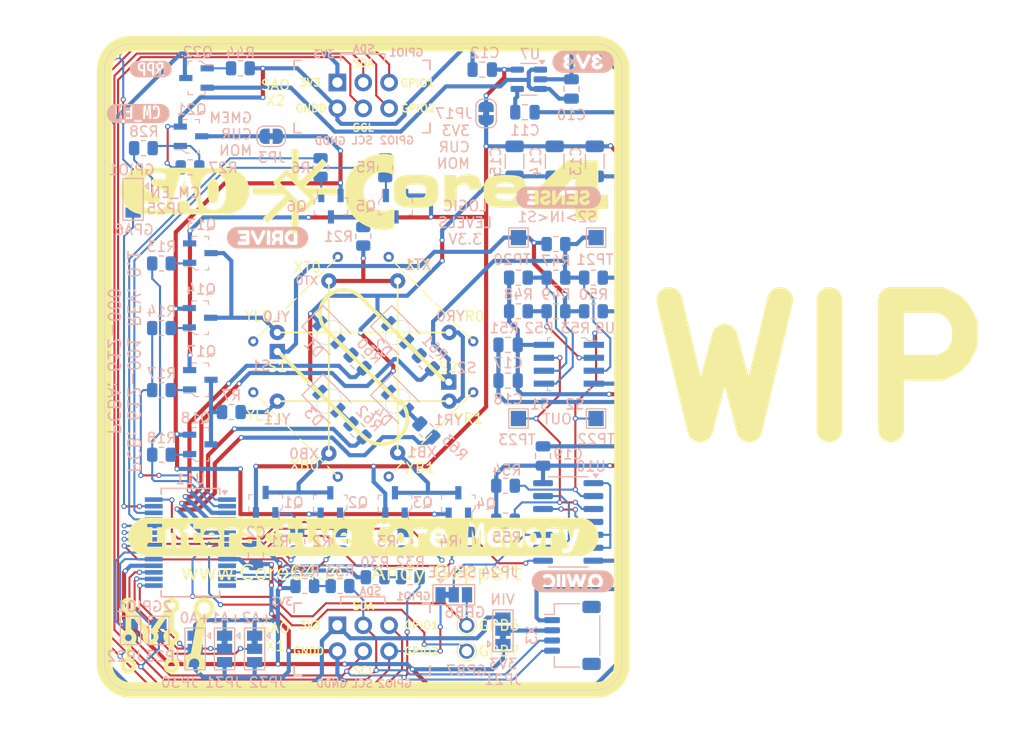
<source format=kicad_pcb>
(kicad_pcb (version 20240108) (generator "pcbnew") (generator_version "8.0")
  (title_block (title "Core4 SAO - PCB Layout") (date "2024-08-21") (rev "0.1") (company "Andy Geppert - Machine Ideas, LLC"))
  (layers (0 "F.Cu" signal) (31 "B.Cu" signal) (34 "B.Paste" user) (35 "F.Paste" user) (36 "B.SilkS" user "B.Silkscreen") (37 "F.SilkS" user "F.Silkscreen") (38 "B.Mask" user) (39 "F.Mask" user) (44 "Edge.Cuts" user))
  (net 0 "")
  (net 1 "VIN")
  (net 2 "/CM_SENSE_1_IN")
  (net 3 "/CM_SENSE_2_IN")
  (net 4 "GND")
  (net 5 "Net-(D1-A)")
  (net 6 "Net-(D2-A)")
  (net 7 "3V3")
  (net 8 "Net-(Q22-S)")
  (net 9 "Net-(JP3-A)")
  (net 10 "GMEM")
  (net 11 "Net-(D3-A)")
  (net 12 "/XB1")
  (net 13 "/GPIO2")
  (net 14 "/CM_SNS_PLS")
  (net 15 "Net-(CM1-XT0)")
  (net 16 "/CM_SNS_RST")
  (net 17 "Net-(JP23-B)")
  (net 18 "/YL1")
  (net 19 "/CA_SENSE_1_OUT")
  (net 20 "/CA_SENSE_2_OUT")
  (net 21 "/SPARE_GPB6")
  (net 22 "Net-(U10-Pad1)")
  (net 23 "Net-(U10-Pad12)")
  (net 24 "Net-(U10-Pad13)")
  (net 25 "Net-(JP30-C)")
  (net 26 "Net-(U7-BP)")
  (net 27 "Net-(U9B--)")
  (net 28 "/GPIO1")
  (net 29 "Net-(D4-A)")
  (net 30 "Net-(Q1-B)")
  (net 31 "Net-(Q2-B)")
  (net 32 "Net-(Q3-B)")
  (net 33 "Net-(Q4-B)")
  (net 34 "Net-(Q5-B)")
  (net 35 "Net-(Q6-B)")
  (net 36 "Net-(Q13-B)")
  (net 37 "Net-(Q14-B)")
  (net 38 "Net-(Q17-B)")
  (net 39 "Net-(Q18-B)")
  (net 40 "/I2C_SDA")
  (net 41 "Net-(U9A--)")
  (net 42 "/LED_1")
  (net 43 "/CM_EN")
  (net 44 "/I2C_SCL")
  (net 45 "/LED_4")
  (net 46 "/LED_3")
  (net 47 "/LED_2")
  (net 49 "Net-(JP31-C)")
  (net 50 "/XB0")
  (net 51 "Net-(JP32-C)")
  (net 52 "/YL0")
  (net 53 "Net-(Q21-G)")
  (net 55 "/XT0,1")
  (net 57 "Net-(Q22-G)")
  (net 58 "/SCL")
  (net 59 "/SDA")
  (net 61 "Net-(CM1-YR0)")
  (net 62 "/SPARE_GPB7")
  (net 63 "/CMDQ-1P")
  (net 64 "/CMDQ-1N")
  (net 65 "/CMDQ-2P")
  (net 66 "/CMDQ-2N")
  (net 67 "/CMDQ-3P")
  (net 68 "/CMDQ-3N")
  (net 69 "/CMDQ-7P9N")
  (net 70 "/CMDQ-7N9P")
  (net 71 "Net-(JP21-C)")
  (net 72 "Net-(JP22-B)")
  (net 73 "Net-(Q17-C)")
  (net 74 "/SPARE_GPA6")
  (net 75 "/3V3_LDO")
  (footprint "Andy_Footprint_Library:TestPoint_THTPad_D1.5mm_Drill1.0mm" (layer "F.Cu") (at 117.6782 151.2456)
    (property "Reference" "TP6" (hide yes))
    (property "Value" "GPB6")
  )
  (footprint "kibuzzard-66BCB8D2" (layer "F.Cu") (at 89.9922 108.5736)
    (property "Reference" "kibuzzard-66BCB8D2" (hide yes))
    (property "Value" "G***" (hide yes))
  )
  (footprint "Andy_Footprint_Library:TestPoint_THTPad_D1.5mm_Drill1.0mm" (layer "F.Cu") (at 117.6782 153.7856)
    (property "Reference" "TP7" (hide yes))
    (property "Value" "GPB7")
  )
  (footprint "Andy_Footprint_Library:Badgelife-SAOv169-BADGE-2x3" (layer "F.Cu") (at 107.5182 152.5156)
    (property "Reference" "X1")
    (property "Value" "SAO_conn_SFH11-NBPC-D03-ST-BK")
  )
  (footprint "Andy_Footprint_Library:core_4_6.75mm_square_front_facing" (layer "F.Cu") (at 107.5182 125.8456)
    (property "Reference" "CM1" (hide yes))
    (property "Value" "Core_Memory_2x2_Matrix_Front_Facing")
  )
  (footprint "kibuzzard-66C119C9" (layer "F.Cu") (at 107.5182 142.5588)
    (property "Reference" "kibuzzard-66C119C9" (hide yes))
    (property "Value" "G***" (hide yes))
  )
  (footprint "Andy_Footprint_Library:Machine_Ideas_logo" (layer "F.Cu") (at 88.7222 152.5156)
    (property "Reference" "L2" (hide yes))
    (property "Value" "~" (hide yes))
  )
  (footprint "Andy_Footprint_Library:Badgelife-SAOv169-BADGE-2x3" (layer "F.Cu") (at 107.5182 99.1756)
    (property "Reference" "X2")
    (property "Value" "SAO_conn_SFH11-NBPC-D03-ST-BK")
  )
  (footprint "Andy_Footprint_Library:Core4_w_core_symbol" (layer "F.Cu") (at 120.388212 108.5736)
    (property "Reference" "L1" (hide yes))
    (property "Value" "~" (hide yes))
  )
  (footprint "Resistor_SMD:R_0805_2012Metric" (layer "B.Cu") (at 111.5822 142.9906 -90)
    (property "Reference" "R3")
    (property "Value" "470")
  )
  (footprint "Jumper:SolderJumper-3_P1.3mm_Bridged12_Pad1.0x1.5mm" (layer "B.Cu") (at 116.4082 148.2484)
    (property "Reference" "JP24")
    (property "Value" "CM_SNS_SEL")
  )
  (footprint "Resistor_SMD:R_0805_2012Metric" (layer "B.Cu") (at 112.141 146.5212 180)
    (property "Reference" "R32")
    (property "Value" "0")
  )
  (footprint "Capacitor_SMD:C_0805_2012Metric" (layer "B.Cu") (at 125.1712 134.6086 90)
    (property "Reference" "C19")
    (property "Value" "0.1uF")
  )
  (footprint "digikey-footprints:SOT-23-3" (layer "B.Cu") (at 104.3432 110.0636 -90)
    (property "Reference" "Q6")
    (property "Value" "MMBT4401LT1G")
  )
  (footprint "Capacitor_SMD:C_0805_2012Metric" (layer "B.Cu") (at 121.7422 127.2046 180)
    (property "Reference" "C18")
    (property "Value" "10uF")
  )
  (footprint "Jumper:SolderJumper-3_P1.3mm_Bridged12_Pad1.0x1.5mm" (layer "B.Cu") (at 84.9122 109.3864 -90)
    (property "Reference" "JP25")
    (property "Value" "CM_SNS_SEL")
  )
  (footprint "Resistor_SMD:R_0805_2012Metric" (layer "B.Cu") (at 101.0412 142.9906 -90)
    (property "Reference" "R1")
    (property "Value" "470")
  )
  (footprint "digikey-footprints:SOT-23-3" (layer "B.Cu") (at 91.5162 114.6696)
    (property "Reference" "Q13")
    (property "Value" "MMBT4403LT1G")
  )
  (footprint "Connector_JST:JST_SH_SM04B-SRSS-TB_1x04-1MP_P1.00mm_Horizontal" (layer "B.Cu") (at 128.0602 152.2376 -90)
    (property "Reference" "X3")
    (property "Value" "QWIIC")
  )
  (footprint "TestPoint:TestPoint_Pad_1.5x1.5mm" (layer "B.Cu") (at 122.7582 113.1456 180)
    (property "Reference" "TP20")
    (property "Value" "S1 IN")
  )
  (footprint "Andy_Footprint_Library:LED_1206_3216Metric_RevMnt_Hole1.8x2.4mm_custom" (layer "B.Cu") (at 110.8932 122.4706 -45)
    (property "Reference" "D2")
    (property "Value" "LED")
    (fp_line (start -0.874999 -0.45) (end -0.874999 0.45) (stroke (width 0.05)) (layer "Edge.Cuts"))
    (fp_line (start 0.874999 -0.45) (end 0.874999 0.45) (stroke (width 0.05)) (layer "Edge.Cuts"))
    (fp_arc (start -0.874999 -0.45) (mid 0 -1.324999) (end 0.874999 -0.45) (stroke (width 0.05)) (layer "Edge.Cuts"))
    (fp_arc (start 0.874999 0.45) (mid 0 1.324999) (end -0.874999 0.45) (stroke (width 0.05)) (layer "Edge.Cuts"))
  )
  (footprint "Resistor_SMD:R_0805_2012Metric" (layer "B.Cu") (at 105.2322 142.9906 -90)
    (property "Reference" "R2")
    (property "Value" "470")
  )
  (footprint "Jumper:SolderJumper-3_P1.3mm_Bridged12_Pad1.0x1.5mm" (layer "B.Cu") (at 93.8992 153.5616 -90)
    (property "Reference" "JP31")
    (property "Value" "A1")
  )
  (footprint "Capacitor_SMD:C_0805_2012Metric" (layer "B.Cu") (at 127.9652 98.5406 90)
    (property "Reference" "C10")
    (property "Value" "1uF")
  )
  (footprint "TestPoint:TestPoint_Pad_1.5x1.5mm" (layer "B.Cu") (at 130.3782 113.1456 180)
    (property "Reference" "TP21")
    (property "Value" "S2 IN")
  )
  (footprint "kibuzzard-64178E7C" (layer "B.Cu") (at 128.0922 146.9276 180)
    (property "Reference" "kibuzzard-64178E7C" (hide yes))
    (property "Value" "G***" (hide yes))
  )
  (footprint "Resistor_SMD:R_0805_2012Metric" (layer "B.Cu") (at 121.4882 137.5296)
    (property "Reference" "R54")
    (property "Value" "1K2")
  )
  (footprint "digikey-footprints:SOT-23-3" (layer "B.Cu") (at 91.5162 133.4656)
    (property "Reference" "Q18")
    (property "Value" "MMBT4401LT1G")
  )
  (footprint "Resistor_SMD:R_0805_2012Metric" (layer "B.Cu") (at 108.6866 146.5212)
    (property "Reference" "R30")
    (property "Value" "1K2")
  )
  (footprint "digikey-footprints:SOT-23-3" (layer "B.Cu") (at 110.6322 139.2736 90)
    (property "Reference" "Q3")
    (property "Value" "MMBT4403LT1G")
  )
  (footprint "Jumper:SolderJumper-2_P1.3mm_Bridged_RoundedPad1.0x1.5mm" (layer "B.Cu") (at 98.4758 103.1888)
    (property "Reference" "JP3")
    (property "Value" "CORE_CURR_MON")
  )
  (footprint "Capacitor_SMD:C_0805_2012Metric" (layer "B.Cu") (at 123.3932 100.8266)
    (property "Reference" "C11")
    (property "Value" "0.01uF")
  )
  (footprint "Jumper:SolderJumper-2_P1.3mm_Open_Pad1.0x1.5mm" (layer "B.Cu") (at 84.6582 151.7536 90)
    (property "Reference" "JP22")
    (property "Value" "INTA")
  )
  (footprint "Resistor_SMD:R_0805_2012Metric" (layer "B.Cu") (at 113.665 125.3884 135)
    (property "Reference" "R61")
    (property "Value" "120")
  )
  (footprint "Andy_Footprint_Library:SOIC-8_W3.9mm" (layer "B.Cu") (at 127.7112 125.5916 -90)
    (property "Reference" "U9")
    (property "Value" "LM393")
  )
  (footprint "Resistor_SMD:R_0805_2012Metric" (layer "B.Cu") (at 105.2322 147.3848)
    (property "Reference" "R33")
    (property "Value" "0")
  )
  (footprint "Resistor_SMD:R_0805_2012Metric" (layer "B.Cu") (at 117.8052 142.9906 -90)
    (property "Reference" "R4")
    (property "Value" "470")
  )
  (footprint "digikey-footprints:SOT-23-3" (layer "B.Cu") (at 104.2822 139.2736 90)
    (property "Reference" "Q2")
    (property "Value" "MMBT4401LT1G")
  )
  (footprint "Resistor_SMD:R_0805_2012Metric" (layer "B.Cu") (at 94.5642 130.2906 180)
    (property "Reference" "R7")
    (property "Value" "8R2-5%")
  )
  (footprint "Resistor_SMD:R_0805_2012Metric" (layer "B.Cu") (at 122.7582 120.3846)
    (property "Reference" "R51")
    (property "Value" "1K8-1%")
  )
  (footprint "Package_TO_SOT_SMD:SOT-23-5" (layer "B.Cu") (at 123.7742 97.5906 180)
    (property "Reference" "U7")
    (property "Value" "SSP9193-33M5R")
  )
  (footprint "Resistor_SMD:R_0805_2012Metric" (layer "B.Cu") (at 126.4412 120.3846)
    (property "Reference" "R52")
    (property "Value" "11-1%")
  )
  (footprint "Package_SO:SOIC-14_3.9x8.7mm_P1.27mm" (layer "B.Cu") (at 127.6462 141.0856 180)
    (property "Reference" "U10")
    (property "Value" "SN74HC02DR")
  )
  (footprint "kibuzzard-66C5FD34" (layer "B.Cu") (at 85.4202 100.9536 180)
    (property "Reference" "kibuzzard-66C5FD34" (hide yes))
    (property "Value" "G***" (hide yes))
  )
  (footprint "digikey-footprints:SOT-23-3" (layer "B.Cu") (at 97.9322 139.2396 90)
    (property "Reference" "Q1")
    (property "Value" "MMBT4403LT1G")
  )
  (footprint "Jumper:SolderJumper-3_P1.3mm_Bridged12_Pad1.0x1.5mm" (layer "B.Cu") (at 91.0082 153.5616 -90)
    (property "Reference" "JP30")
    (property "Value" "A0")
  )
  (footprint "Capacitor_SMD:C_0805_2012Metric" (layer "B.Cu") (at 121.7422 123.6866 180)
    (property "Reference" "C17")
    (property "Value" "0.1uF")
  )
  (footprint "Resistor_SMD:R_0805_2012Metric" (layer "B.Cu") (at 130.1242 120.3846)
    (property "Reference" "R53")
    (property "Value" "1K5-1%")
  )
  (footprint "Resistor_SMD:R_0805_2012Metric" (layer "B.Cu") (at 106.9594 125.3376 135)
    (property "Reference" "R60")
    (property "Value" "120")
  )
  (footprint "Andy_Footprint_Library:LED_1206_3216Metric_RevMnt_Hole1.8x2.4mm_custom" (layer "B.Cu") (at 104.1432 129.2206 -45)
    (property "Reference" "D3")
    (property "Value" "LED")
    (fp_line (start -0.874999 -0.45) (end -0.874999 0.45) (stroke (width 0.05)) (layer "Edge.Cuts"))
    (fp_line (start 0.874999 -0.45) (end 0.874999 0.45) (stroke (width 0.05)) (layer "Edge.Cuts"))
    (fp_arc (start -0.874999 -0.45) (mid 0 -1.324999) (end 0.874999 -0.45) (stroke (width 0.05)) (layer "Edge.Cuts"))
    (fp_arc (start 0.874999 0.45) (mid 0 1.324999) (end -0.874999 0.45) (stroke (width 0.05)) (layer "Edge.Cuts"))
  )
  (footprint "Resistor_SMD:R_0805_2012Metric" (layer "B.Cu") (at 101.7778 147.3848)
    (property "Reference" "R31")
    (property "Value" "1K2")
  )
  (footprint "kibuzzard-66C5FD67" (layer "B.Cu") (at 86.6394 96.5848 180)
    (property "Reference" "kibuzzard-66C5FD67" (hide yes))
    (property "Value" "G***" (hide yes))
  )
  (footprint "kibuzzard-64178DE8" (layer "B.Cu") (at 126.6952 109.2086 180)
    (property "Reference" "kibuzzard-64178DE8" (hide yes))
    (property "Value" "G***" (hide yes))
  )
  (footprint "Resistor_SMD:R_0805_2012Metric" (layer "B.Cu") (at 90.5002 106.2368)
    (property "Reference" "R27")
    (property "Value" "4K7")
  )
  (footprint "Resistor_SMD:R_0805_2012Metric" (layer "B.Cu") (at 106.9594 132.094 135)
    (property "Reference" "R62")
    (property "Value" "120")
  )
  (footprint "Jumper:SolderJumper-3_P1.3mm_Bridged12_Pad1.0x1.5mm" (layer "B.Cu") (at 96.8502 153.5616 -90)
    (property "Reference" "JP32")
    (property "Value" "A2")
  )
  (footprint "Resistor_SMD:R_0805_2012Metric" (layer "B.Cu") (at 130.1242 117.0826)
    (property "Reference" "R50")
    (property "Value" "1K5-1%")
  )
  (footprint "digikey-footprints:SOT-23-3" (layer "B.Cu") (at 91.4822 121.0196)
    (property "Reference" "Q14")
    (property "Value" "MMBT4401LT1G")
  )
  (footprint "Package_SO:SSOP-28_5.3x10.2mm_P0.65mm" (layer "B.Cu") (at 90.5442 143.1176 180)
    (property "Reference" "U11")
    (property "Value" "MCP23017_SS")
  )
  (footprint "Capacitor_SMD:C_0805_2012Metric" (layer "B.Cu") (at 96.9772 144.3876 -90)
    (property "Reference" "C2")
    (property "Value" "0.1uF")
  )
  (footprint "Resistor_SMD:R_0805_2012Metric" (layer "B.Cu") (at 122.7582 117.0826)
    (property "Reference" "R48")
    (property "Value" "1K8-1%")
  )
  (footprint "Resistor_SMD:R_0805_2012Metric" (layer "B.Cu") (at 109.6772 106.2876 90)
    (property "Reference" "R5")
    (property "Value" "470")
  )
  (footprint "Capacitor_SMD:C_1206_3216Metric" (layer "B.Cu") (at 122.3772 105.6526 -90)
    (property "Reference" "C15")
    (property "Value" "220uF")
  )
  (footprint "digikey-footprints:SOT-23-3" (layer "B.Cu") (at 116.8552 139.2736 90)
    (property "Reference" "Q4")
    (property "Value" "MMBT4401LT1G")
  )
  (footprint "TestPoint:TestPoint_Pad_1.5x1.5mm" (layer "B.Cu") (at 130.3782 130.9256 180)
    (property "Reference" "TP22")
    (property "Value" "S2 OUT")
  )
  (footprint "Resistor_SMD:R_0805_2012Metric" (layer "B.Cu") (at 113.7158 132.094 135)
    (property "Reference" "R63")
    (property "Value" "120")
  )
  (footprint "Resistor_SMD:R_0805_2012Metric" (layer "B.Cu") (at 107.5182 113.0186 -90)
    (property "Reference" "R21")
    (property "Value" "8R2-5%")
  )
  (footprint "Andy_Footprint_Library:LED_1206_3216Metric_RevMnt_Hole1.8x2.4mm_custom" (layer "B.Cu") (at 110.8932 129.2206 -45)
    (property "Reference" "D4")
    (property "Value" "LED")
    (fp_line (start -0.874999 -0.45) (end -0.874999 0.45) (stroke (width 0.05)) (layer "Edge.Cuts"))
    (fp_line (start 0.874999 -0.45) (end 0.874999 0.45) (stroke (width 0.05)) (layer "Edge.Cuts"))
    (fp_arc (start -0.874999 -0.45) (mid 0 -1.324999) (end 0.874999 -0.45) (stroke (width 0.05)) (layer "Edge.Cuts"))
    (fp_arc (start 0.874999 0.45) (mid 0 1.324999) (end -0.874999 0.45) (stroke (width 0.05)) (layer "Edge.Cuts"))
  )
  (footprint "Resistor_SMD:R_0805_2012Metric" (layer "B.Cu") (at 95.4532 96.5086)
    (property "Reference" "R44")
    (property "Value" "4K7")
  )
  (footprint "Capacitor_SMD:C_0805_2012Metric" (layer "B.Cu") (at 119.2022 96.6356 180)
    (property "Reference" "C12")
    (property "Value" "1uF")
  )
  (footprint "kibuzzard-64178DF4" (layer "B.Cu") (at 98.1202 113.1456 180)
    (property "Reference" "kibuzzard-64178DF4" (hide yes))
    (property "Value" "G***" (hide yes))
  )
  (footprint "Resistor_SMD:R_0805_2012Metric" (layer "B.Cu") (at 87.7062 115.6856 180)
    (property "Reference" "R13")
    (property "Value" "470")
  )
  (footprint "Resistor_SMD:R_0805_2012Metric" (layer "B.Cu") (at 103.3272 106.2641 90)
    (property "Reference" "R6")
    (property "Value" "470")
  )
  (footprint "Resistor_SMD:R_0805_2012Metric" (layer "B.Cu") (at 85.9282 104.3572)
    (property "Reference" "R28")
    (property "Value" "470")
  )
  (footprint "Capacitor_SMD:C_1206_3216Metric" (layer "B.Cu") (at 126.3142 105.6526 -90)
    (property "Reference" "C14")
    (property "Value" "220uF")
  )
  (footprint "Jumper:SolderJumper-2_P1.3mm_Bridged_RoundedPad1.0x1.5mm" (layer "B.Cu") (at 119.5832 100.9536 -90)
    (property "Reference" "JP17")
    (property "Value" "3V3_CUR_MON")
  )
  (footprint "digikey-footprints:SOT-23-3" (layer "B.Cu") (at 91.1407 97.4636 180)
    (property "Reference" "Q22")
    (property "Value" "SL3401A")
  )
  (footprint "Resistor_SMD:R_0805_2012Metric" (layer "B.Cu") (at 126.4412 113.7806)
    (property "Reference" "R47")
    (property "Value" "1K5-1%")
  )
  (footprint "Jumper:SolderJumper-3_P1.3mm_Bridged12_Pad1.0x1.5mm" (layer "B.Cu") (at 121.2342 151.7836 90)
    (property "Reference" "JP21")
    (property "Value" "V_SEL")
  )
  (footprint "Capacitor_SMD:C_1206_3216Metric" (layer "B.Cu") (at 130.2512 105.6526 -90)
    (property "Reference" "C13")
    (property "Value" "220uF")
  )
  (footprint "digikey-footprints:SOT-23-3" (layer "B.Cu") (at 90.6018 103.1888)
    (property "Reference" "Q21")
    (property "Value" "Q_NMOS_DGS_AO3400A")
  )
  (footprint "Resistor_SMD:R_0805_2012Metric" (layer "B.Cu") (at 87.7062 134.4816 180)
    (property "Reference" "R18")
    (property "Value" "470")
  )
  (footprint "Andy_Footprint_Library:LED_1206_3216Metric_RevMnt_Hole1.8x2.4mm_custom" (layer "B.Cu") (at 104.1432 122.4706 -45)
    (property "Reference" "D1")
    (property "Value" "LED")
    (fp_line (start -0.874999 -0.45) (end -0.874999 0.45) (stroke (width 0.05)) (layer "Edge.Cuts"))
    (fp_line (start 0.874999 -0.45) (end 0.874999 0.45) (stroke (width 0.05)) (layer "Edge.Cuts"))
    (fp_arc (start -0.874999 -0.45) (mid 0 -1.324999) (end 0.874999 -0.45) (stroke (width 0.05)) (layer "Edge.Cuts"))
    (fp_arc (start 0.874999 0.45) (mid 0 1.324999) (end -0.874999 0.45) (stroke (width 0.05)) (layer "Edge.Cuts"))
  )
  (footprint "TestPoint:TestPoint_Pad_1.5x1.5mm" (layer "B.Cu") (at 122.7582 130.9256 180)
    (property "Reference" "TP23")
    (property "Value" "S1 OUT")
  )
  (footprint "Resistor_SMD:R_0805_2012Metric" (layer "B.Cu") (at 121.4882 140.9586)
    (property "Reference" "R55")
    (property "Value" "1K2")
  )
  (footprint "Resistor_SMD:R_0805_2012Metric" (layer "B.Cu") (at 87.7062 122.0356 180)
    (property "Reference" "R14")
    (property "Value" "470")
  )
  (footprint "kibuzzard-6417AF30" (layer "B.Cu") (at 129.1082 95.8736 180)
    (property "Reference" "kibuzzard-6417AF30" (hide yes))
    (property "Value" "G***" (hide yes))
  )
  (footprint "Resistor_SMD:R_0805_2012Metric" (layer "B.Cu") (at 87.7062 128.1316 180)
    (property "Reference" "R17")
    (property "Value" "470")
  )
  (footprint "digikey-footprints:SOT-23-3" (layer "B.Cu") (at 110.6932 110.0636 -90)
    (property "Reference" "Q5")
    (property "Value" "MMBT4403LT1G")
  )
  (footprint "digikey-footprints:SOT-23-3" (layer "B.Cu") (at 91.5162 127.1156)
    (property "Reference" "Q17")
    (property "Value" "MMBT4403LT1G")
  )
  (footprint "Jumper:SolderJumper-2_P1.3mm_Open_Pad1.0x1.5mm" (layer "B.Cu") (at 87.4522 151.7536 90)
    (property "Reference" "JP23")
    (property "Value" "INTB")
  )
  (footprint "Resistor_SMD:R_0805_2012Metric" (layer "B.Cu") (at 126.4412 117.0826)
    (property "Reference" "R49")
    (property "Value" "11-1%")
  )
  (gr_line (start 84.6582 94.0956) (end 130.3782 94.0956) (stroke (width 1.524)) (layer "F.SilkS"))
  (gr_line (start 118.278518 128.369482) (end 110.016682 136.631318) (stroke (width 0.127) (type dash)) (layer "F.SilkS"))
  (gr_line (start 104.985036 115.069164) (end 96.7232 123.331) (stroke (width 0.127) (type dash)) (layer "F.SilkS"))
  (gr_line (start 132.9182 96.6356) (end 132.9182 155.0556) (stroke (width 1.524)) (layer "F.SilkS"))
  (gr_arc (start 130.3782 94.0956) (mid 132.17425 94.839549) (end 132.9182 96.6356) (stroke (width 1.524)) (layer "F.SilkS"))
  (gr_line (start 99.06 122.4674) (end 115.824 122.4674) (stroke (width 0.1778)) (layer "F.SilkS"))
  (gr_line (start 82.1182 155.0556) (end 82.1182 96.6356) (stroke (width 1.524)) (layer "F.SilkS"))
  (gr_line (start 104.14 134.2276) (end 104.14 117.4636) (stroke (width 0.1778)) (layer "F.SilkS"))
  (gr_line (start 118.294636 123.312436) (end 110.0328 115.0506) (stroke (width 0.127) (type dash)) (layer "F.SilkS"))
  (gr_line (start 130.3782 157.5956) (end 84.6582 157.5956) (stroke (width 1.524)) (layer "F.SilkS"))
  (gr_arc (start 132.9182 155.0556) (mid 132.174251 156.851651) (end 130.3782 157.5956) (stroke (width 1.524)) (layer "F.SilkS"))
  (gr_arc (start 84.6582 157.5956) (mid 82.862149 156.851651) (end 82.1182 155.0556) (stroke (width 1.524)) (layer "F.SilkS"))
  (gr_line (start 115.392202 127.115599) (end 107.2642 118.9876) (stroke (width 0.381)) (layer "F.SilkS"))
  (gr_line (start 99.187 129.2238) (end 115.951 129.2238) (stroke (width 0.1778)) (layer "F.SilkS"))
  (gr_arc (start 103.830323 122.167478) (mid 104.017211 118.925271) (end 107.2642 118.9876) (stroke (width 0.381)) (layer "F.SilkS"))
  (gr_line (start 110.8964 134.2276) (end 110.8964 117.4636) (stroke (width 0.1778)) (layer "F.SilkS"))
  (gr_arc (start 82.1182 96.6356) (mid 82.862149 94.839549) (end 84.6582 94.0956) (stroke (width 1.524)) (layer "F.SilkS"))
  (gr_line (start 103.830323 122.167478) (end 111.07043 129.407585) (stroke (width 0.381)) (layer "F.SilkS"))
  (gr_arc (start 111.175802 129.229018) (mid 111.0488 132.7798) (end 107.498019 132.652802) (stroke (width 0.381)) (layer "F.SilkS"))
  (gr_line (start 105.0036 136.6152) (end 96.741764 128.353364) (stroke (width 0.127) (type dash)) (layer "F.SilkS"))
  (gr_line (start 99.1362 124.3216) (end 107.518202 132.703599) (stroke (width 0.381)) (layer "F.SilkS"))
  (gr_arc (start 132.9182 155.0556) (mid 132.174251 156.851651) (end 130.3782 157.5956) (stroke (width 0.05)) (layer "Edge.Cuts"))
  (gr_arc (start 130.3782 94.0956) (mid 132.174251 94.839549) (end 132.9182 96.6356) (stroke (width 0.05)) (layer "Edge.Cuts"))
  (gr_line (start 132.9182 96.6356) (end 132.9182 155.0556) (stroke (width 0.05)) (layer "Edge.Cuts"))
  (gr_line (start 130.3782 157.5956) (end 84.6582 157.5956) (stroke (width 0.05)) (layer "Edge.Cuts"))
  (gr_line (start 82.1182 155.0556) (end 82.1182 96.6356) (stroke (width 0.05)) (layer "Edge.Cuts"))
  (gr_line (start 84.6582 94.0956) (end 130.3782 94.0956) (stroke (width 0.05)) (layer "Edge.Cuts"))
  (gr_arc (start 82.1182 96.6356) (mid 82.862149 94.839549) (end 84.6582 94.0956) (stroke (width 0.05)) (layer "Edge.Cuts"))
  (gr_arc (start 84.6582 157.5956) (mid 82.862149 156.851651) (end 82.1182 155.0556) (stroke (width 0.05)) (layer "Edge.Cuts"))
  (gr_text "3V3\nCUR\nMON" (at 118.0846 104.2556 0) (layer "B.SilkS") (effects (font (size 1 1)) (justify left mirror)))
  (gr_text "GMEM\nCUR\nMON" (at 96.6978 102.9856 0) (layer "B.SilkS") (effects (font (size 1 1)) (justify left mirror)))
  (gr_text "2GPIO1" (at 88.8746 149.4168 0) (layer "B.SilkS") (effects (font (size 1.016 1.016) (thickness 0.1524)) (justify left mirror)))
  (gr_text "+A2+A1+A0" (at 98.7252 150.5136 0) (layer "B.SilkS") (effects (font (size 1 1)) (justify left mirror)))
  (gr_text "CM_EN" (at 91.6178 108.726 0) (layer "B.SilkS") (effects (font (size 1.016 1.016) (thickness 0.1524)) (justify left mirror)))
  (gr_text "S2" (at 128.2954 129.5286 0) (layer "B.SilkS") (effects (font (size 1 1)) (justify mirror)))
  (gr_text "S1" (at 124.841 129.5286 0) (layer "B.SilkS") (effects (font (size 1 1)) (justify mirror)))
  (gr_text "GPIO1" (at 87.1474 106.4908 0) (layer "B.SilkS") (effects (font (size 1.016 1.016) (thickness 0.1524)) (justify left mirror)))
  (gr_text "S2>IN<S1" (at 126.5682 111.1136 0) (layer "B.SilkS") (effects (font (size 1 1)) (justify mirror)))
  (gr_text "3V3" (at 122.7582 155.0556 0) (layer "B.SilkS") (effects (font (size 1.016 1.016) (thickness 0.1524)) (justify left mirror)))
  (gr_text "GPB7" (at 119.761 155.716 -0) (layer "B.SilkS") (effects (font (size 1.016 1.016) (thickness 0.1524)) (justify left mirror)))
  (gr_text "PCB: 612-001 REV: 0.1\nPCBA: 612-000\n" (at 83.9978 125.2868 270) (layer "B.SilkS") (effects (font (size 1.2 1.2)) (justify mirror)))
  (gr_text "OUT" (at 126.5682 130.9764 0) (layer "B.SilkS") (effects (font (size 1 1)) (justify mirror)))
  (gr_text "SENSE" (at 118.745 146.0132 0) (layer "B.SilkS") (effects (font (size 1.016 1.016) (thickness 0.1524)) (justify left mirror)))
  (gr_text "LOGIC\nLEVELS\n3.3V" (at 117.5258 111.6724 -0) (layer "B.SilkS") (effects (font (size 1.016 1.016) (thickness 0.1524)) (justify mirror)))
  (gr_text "GPB6" (at 119.6086 149.9756 -0) (layer "B.SilkS") (effects (font (size 1.016 1.016) (thickness 0.1524)) (justify left mirror)))
  (gr_text "VIN" (at 122.5042 148.7056 0) (layer "B.SilkS") (effects (font (size 1.016 1.016) (thickness 0.1524)) (justify left mirror)))
  (gr_text "GPA6" (at 87.0458 112.3836 0) (layer "B.SilkS") (effects (font (size 1.016 1.016) (thickness 0.1524)) (justify left mirror)))
  (gr_text "www.Core64.io    Andy Geppert" (at 123.063 146.1656 0) (layer "F.SilkS") (effects (font (size 1.524 1.524) (thickness 0.2032)) (justify right)))
  (gr_text "GPB6" (at 118.745 151.2456 0) (layer "F.SilkS") (effects (font (size 1.016 1.016) (thickness 0.1524)) (justify left)))
  (gr_text "WIP" (at 134.0866 133.6688 0) (layer "F.SilkS") (effects (font (size 12.7 12.7) (thickness 2.54) (bold yes)) (justify left bottom)))
  (gr_text "GPB7" (at 118.745 153.7856 0) (layer "F.SilkS") (effects (font (size 1.016 1.016) (thickness 0.1524)) (justify left)))
  (segment (start 119.4562 151.7536) (end 119.4562 150.7376) (width 0.4064) (layer "B.Cu") (net 1))
  (segment (start 103.4542 156.0716) (end 103.4542 152.7696) (width 0.4064) (layer "B.Cu") (net 1))
  (segment (start 103.4542 94.6036) (end 90.043 94.6036) (width 0.4064) (layer "B.Cu") (net 1))
  (segment (start 90.043 94.6036) (end 82.6262 102.0204) (width 0.4064) (layer "B.Cu") (net 1))
  (segment (start 90.043 94.6036) (end 90.0032 94.6434) (width 0.4064) (layer "B.Cu") (net 1))
  (segment (start 84.4042 157.0876) (end 102.4382 157.0876) (width 0.4064) (layer "B.Cu") (net 1))
  (segment (start 82.6262 155.3096) (end 84.4042 157.0876) (width 0.4064) (layer "B.Cu") (net 1))
  (segment (start 118.6942 152.5156) (end 119.4562 151.7536) (width 0.4064) (layer "B.Cu") (net 1))
  (segment (start 102.4382 157.0876) (end 103.4542 156.0716) (width 0.4064) (layer "B.Cu") (net 1))
  (segment (start 106.2482 152.5156) (end 118.6942 152.5156) (width 0.4064) (layer "B.Cu") (net 1))
  (segment (start 103.4542 152.7696) (end 104.9782 151.2456) (width 0.4064) (layer "B.Cu") (net 1))
  (segment (start 90.0032 94.6434) (end 90.0032 97.4636) (width 0.4064) (layer "B.Cu") (net 1))
  (segment (start 119.7102 150.4836) (end 121.2342 150.4836) (width 0.4064) (layer "B.Cu") (net 1))
  (segment (start 104.9782 96.1276) (end 103.4542 94.6036) (width 0.4064) (layer "B.Cu") (net 1))
  (segment (start 82.6262 102.0204) (end 82.6262 155.3096) (width 0.4064) (layer "B.Cu") (net 1))
  (segment (start 119.4562 150.7376) (end 119.7102 150.4836) (width 0.4064) (layer "B.Cu") (net 1))
  (segment (start 104.9782 151.2456) (end 106.2482 152.5156) (width 0.4064) (layer "B.Cu") (net 1))
  (segment (start 104.9782 97.9056) (end 104.9782 96.1276) (width 0.4064) (layer "B.Cu") (net 1))
  (segment (start 124.2822 115.6856) (end 127.3302 118.7336) (width 0.4064) (layer "F.Cu") (net 2))
  (segment (start 124.2822 113.6536) (end 124.2822 115.6856) (width 0.4064) (layer "F.Cu") (net 2))
  (via (at 127.3302 118.7336) (size 0.508) (drill 0.3048) (layers "F.Cu" "B.Cu") (net 2))
  (via (at 124.2822 113.6536) (size 0.508) (drill 0.3048) (layers "F.Cu" "B.Cu") (net 2))
  (segment (start 113.1062 115.9396) (end 114.5032 114.5426) (width 0.4064) (layer "B.Cu") (net 2))
  (segment (start 127.3537 121.7581) (end 127.3537 120.3846) (width 0.2032) (layer "B.Cu") (net 2))
  (segment (start 127.3302 120.3611) (end 127.3537 120.3846) (width 0.4064) (layer "B.Cu") (net 2))
  (segment (start 99.0807 124.3456) (end 100.1282 124.3456) (width 0.4064) (layer "B.Cu") (net 2))
  (segment (start 100.9142 117.3366) (end 102.3112 115.9396) (width 0.4064) (layer "B.Cu") (net 2))
  (segment (start 121.3612 113.1456) (end 123.7742 113.1456) (width 0.4064) (layer "B.Cu") (net 2))
  (segment (start 128.0922 125.8456) (end 128.0922 122.5436) (width 0.2032) (layer "B.Cu") (net 2))
  (segment (start 126.4412 127.4966) (end 128.0922 125.8456) (width 0.2032) (layer "B.Cu") (net 2))
  (segment (start 102.3112 115.9396) (end 113.1062 115.9396) (width 0.4064) (layer "B.Cu") (net 2))
  (segment (start 129.2117 120.3846) (end 127.3537 120.3846) (width 0.4064) (layer "B.Cu") (net 2))
  (segment (start 119.9642 114.5426) (end 121.3612 113.1456) (width 0.4064) (layer "B.Cu") (net 2))
  (segment (start 123.7742 113.1456) (end 124.2822 113.6536) (width 0.4064) (layer "B.Cu") (net 2))
  (segment (start 100.1282 124.3456) (end 100.9142 123.5596) (width 0.4064) (layer "B.Cu") (net 2))
  (segment (start 125.2612 127.4966) (end 126.4412 127.4966) (width 0.2032) (layer "B.Cu") (net 2))
  (segment (start 128.0922 122.5436) (end 127.3302 121.7816) (width 0.2032) (layer "B.Cu") (net 2))
  (segment (start 100.9142 123.5596) (end 100.9142 117.3366) (width 0.4064) (layer "B.Cu") (net 2))
  (segment (start 127.3302 118.7336) (end 127.3302 120.3611) (width 0.4064) (layer "B.Cu") (net 2))
  (segment (start 127.3302 121.7816) (end 127.3537 121.7581) (width 0.2032) (layer "B.Cu") (net 2))
  (segment (start 124.2822 113.6536) (end 125.4017 113.6536) (width 0.4064) (layer "B.Cu") (net 2))
  (segment (start 114.5032 114.5426) (end 119.9642 114.5426) (width 0.4064) (layer "B.Cu") (net 2))
  (segment (start 127.3537 116.4241) (end 127.3537 117.0826) (width 0.4064) (layer "B.Cu") (net 3))
  (segment (start 114.3762 123.5596) (end 115.9182 125.1016) (width 0.4064) (layer "B.Cu") (net 3))
  (segment (start 127.3537 115.4316) (end 120.3452 115.4316) (width 0.4064) (layer "B.Cu") (net 3))
  (segment (start 115.9182 125.1016) (end 115.9182 127.3456) (width 0.4064) (layer "B.Cu") (net 3))
  (segment (start 129.2117 117.0826) (end 129.2117 118.2021) (width 0.2032) (layer "B.Cu") (net 3))
  (segment (start 127.3537 117.0826) (end 129.2117 117.0826) (width 0.4064) (layer "B.Cu") (net 3))
  (segment (start 114.3762 121.4006) (end 114.3762 123.5596) (width 0.4064) (layer "B.Cu") (net 3))
  (segment (start 131.7752 125.8456) (end 131.3942 126.2266) (width 0.2032) (layer "B.Cu") (net 3))
  (segment (start 131.7752 123.0516) (end 131.7752 125.8456) (width 0.2032) (layer "B.Cu") (net 3))
  (segment (start 127.3302 115.6856) (end 127.3302 116.4006) (width 0.4064) (layer "B.Cu") (net 3))
  (segment (start 131.3942 126.2266) (end 130.1612 126.2266) (width 0.2032) (layer "B.Cu") (net 3))
  (segment (start 130.1242 119.1146) (end 130.1242 121.4006) (width 0.2032) (layer "B.Cu") (net 3))
  (segment (start 128.4732 113.7806) (end 129.1082 113.1456) (width 0.4064) (layer "B.Cu") (net 3))
  (segment (start 127.3302 115.6856) (end 127.3537 115.6621) (width 0.4064) (layer "B.Cu") (net 3))
  (segment (start 129.1082 113.1456) (end 130.3782 113.1456) (width 0.4064) (layer "B.Cu") (net 3))
  (segment (start 130.1242 121.4006) (end 131.7752 123.0516) (width 0.2032) (layer "B.Cu") (net 3))
  (segment (start 127.3537 115.6621) (end 127.3537 113.7806) (width 0.4064) (layer "B.Cu") (net 3))
  (segment (start 127.3537 113.7806) (end 128.4732 113.7806) (width 0.4064) (layer "B.Cu") (net 3))
  (segment (start 127.3302 116.4006) (end 127.3537 116.4241) (width 0.4064) (layer "B.Cu") (net 3))
  (segment (start 129.2117 118.2021) (end 130.1242 119.1146) (width 0.2032) (layer "B.Cu") (net 3))
  (segment (start 120.3452 115.4316) (end 114.3762 121.4006) (width 0.4064) (layer "B.Cu") (net 3))
  (segment (start 88.3158 105.7796) (end 88.3158 102.2236) (width 0.2032) (layer "F.Cu") (net 4))
  (segment (start 88.3158 102.2236) (end 88.3685 102.1709) (width 0.2032) (layer "F.Cu") (net 4))
  (segment (start 88.265 105.8304) (end 88.3158 105.7796) (width 0.2032) (layer "F.Cu") (net 4))
  (segment (start 104.9782 153.7856) (end 100.2538 153.7856) (width 0.4064) (layer "F.Cu") (net 4))
  (segment (start 102.3112 120.6386) (end 102.3112 127.498969) (width 0.4064) (layer "F.Cu") (net 4))
  (segment (start 100.203 153.7348) (end 100.203 151.8044) (width 0.4064) (layer "F.Cu") (net 4))
  (segment (start 110.4646 126.252) (end 110.4646 125.744) (width 0.4064) (layer "F.Cu") (net 4))
  (segment (start 100.2538 153.7856) (end 100.203 153.7348) (width 0.4064) (layer "F.Cu") (net 4))
  (segment (start 97.663 96.5086) (end 97.663 99.3788) (width 0.4064) (layer "F.Cu") (net 4))
  (segment (start 102.3366 120.6132) (end 102.3112 120.6386) (width 0.4064) (layer "F.Cu") (net 4))
  (segment (start 98.5012 145.275) (end 98.5012 147.3086) (width 0.4064) (layer "F.Cu") (net 4))
  (segment (start 115.2652 115.4316) (end 115.2652 113.3996) (width 0.4064) (layer "F.Cu") (net 4))
  (segment (start 110.4646 125.744) (end 107.2642 122.5436) (width 0.4064) (layer "F.Cu") (net 4))
  (segment (start 100.203 151.8044) (end 98.5012 150.1026) (width 0.4064) (layer "F.Cu") (net 4))
  (via (at 98.5012 147.3086) (size 0.508) (drill 0.3048) (layers "F.Cu" "B.Cu") (net 4))
  (via (at 107.2642 122.5436) (size 0.508) (drill 0.3048) (layers "F.Cu" "B.Cu") (net 4))
  (via (at 97.663 99.3788) (size 0.508) (drill 0.3048) (layers "F.Cu" "B.Cu") (net 4))
  (via (at 102.3112 127.498969) (size 0.508) (drill 0.3048) (layers "F.Cu" "B.Cu") (net 4))
  (via (at 115.2652 115.4316) (size 0.508) (drill 0.3048) (layers "F.Cu" "B.Cu") (net 4))
  (via (at 88.3158 102.2236) (size 0.508) (drill 0.3048) (layers "F.Cu" "B.Cu") (net 4))
  (via (at 110.4646 126.252) (size 0.508) (drill 0.3048) (layers "F.Cu" "B.Cu") (net 4))
  (via (at 115.2652 113.3996) (size 0.508) (drill 0.3048) (layers "F.Cu" "B.Cu") (net 4))
  (via (at 100.203 153.7348) (size 0.508) (drill 0.3048) (layers "F.Cu" "B.Cu") (net 4))
  (via (at 102.3366 120.6132) (size 0.508) (drill 0.3048) (layers "F.Cu" "B.Cu") (net 4))
  (via (at 98.5012 150.1026) (size 0.508) (drill 0.3048) (layers "F.Cu" "B.Cu") (net 4))
  (via (at 88.265 105.8304) (size 0.508) (drill 0.3048) (layers "F.Cu" "B.Cu") (net 4))
  (via (at 98.5012 145.275) (size 0.508) (drill 0.3048) (layers "F.Cu" "B.Cu") (net 4))
  (via (at 97.663 96.5086) (size 0.508) (drill 0.3048) (layers "F.Cu" "B.Cu") (net 4))
  (segment (start 132.4102 141.7206) (end 132.4102 133.7196) (width 0.4064) (layer "B.Cu") (net 4))
  (segment (start 111.5822 101.098903) (end 110.711503 101.9696) (width 0.4064) (layer "B.Cu") (net 4))
  (segment (start 102.936815 128.124584) (end 102.3112 127.498969) (width 0.4064) (layer "B.Cu") (net 4))
  (segment (start 97.0778 145.237) (end 96.9772 145.3376) (width 0.4064) (layer "B.Cu") (net 4))
  (segment (start 132.4102 127.4966) (end 132.4102 120.3846) (width 0.4064) (layer "B.Cu") (net 4))
  (segment (start 88.265 105.8304) (end 88.6714 106.2368) (width 0.2032) (layer "B.Cu") (net 4))
  (segment (start 127.9652 94.6036) (end 118.1862 94.6036) (width 0.4064) (layer "B.Cu") (net 4))
  (segment (start 115.2652 113.3996) (end 115.2652 112.409) (width 0.4064) (layer "B.Cu") (net 4))
  (segment (start 132.4102 117.0826) (end 132.4102 117.5906) (width 0.4064) (layer "B.Cu") (net 4))
  (segment (start 132.4102 96.6356) (end 130.3782 94.6036) (width 0.4064) (layer "B.Cu") (net 4))
  (segment (start 97.663 96.5086) (end 96.3657 96.5086) (width 0.4064) (layer "B.Cu") (net 4))
  (segment (start 130.1212 144.8956) (end 132.4102 144.8956) (width 0.4064) (layer "B.Cu") (net 4))
  (segment (start 132.4102 129.3) (end 121.5136 129.3) (width 0.4064) (layer "B.Cu") (net 4))
  (segment (start 132.3612 107.1276) (end 132.4102 107.1766) (width 0.4064) (layer "B.Cu") (net 4))
  (segment (start 125.1712 133.6586) (end 132.3492 133.6586) (width 0.4064) (layer "B.Cu") (net 4))
  (segment (start 91.5162 99.3788) (end 89.5518 101.3432) (width 0.4064) (layer "B.Cu") (net 4))
  (segment (start 132.4102 108.1926) (end 132.4102 100.8266) (width 0.4064) (layer "B.Cu") (net 4))
  (segment (start 132.4102 133.7196) (end 132.4102 129.1476) (width 0.4064) (layer "B.Cu") (net 4))
  (segment (start 130.3782 94.6036) (end 127.9652 94.6036) (width 0.4064) (layer "B.Cu") (net 4))
  (segment (start 91.7702 156.3256) (end 91.0082 155.5636) (width 0.4064) (layer "B.Cu") (net 4))
  (segment (start 130.1612 127.4966) (end 132.4102 127.4966) (width 0.4064) (layer "B.Cu") (net 4))
  (segment (start 108.9152 120.4926) (end 108.9152 118.8606) (width 0.4064) (layer "B.Cu") (net 4))
  (segment (start 120.7922 127.2046) (end 120.7922 123.6866) (width 0.4064) (layer "B.Cu") (net 4))
  (segment (start 132.4102 129.1476) (end 132.4102 127.4966) (width 0.4064) (layer "B.Cu") (net 4))
  (segment (start 132.4102 120.3846) (end 132.4102 117.5906) (width 0.4064) (layer "B.Cu") (net 4))
  (segment (start 100.203 153.7348) (end 100.203 155.7668) (width 0.4064) (layer "B.Cu") (net 4))
  (segment (start 93.8022 156.3256) (end 91.7702 156.3256) (width 0.4064) (layer "B.Cu") (net 4))
  (segment (start 118.2522 96.6356) (end 118.2522 94.6696) (width 0.4064) (layer "B.Cu") (net 4))
  (segment (start 93.8992 156.2286) (end 93.8022 156.3256) (width 0.4064) (layer "B.Cu") (net 4))
  (segment (start 95.9587 145.3376) (end 95.3637 144.7426) (width 0.4064) (layer "B.Cu") (net 4))
  (segment (start 109.797184 121.374584) (end 108.9152 120.4926) (width 0.4064) (layer "B.Cu") (net 4))
  (segment (start 120.7922 128.5786) (end 120.7922 127.2046) (width 0.4064) (layer "B.Cu") (net 4))
  (segment (start 121.5136 129.3) (end 120.7922 128.5786) (width 0.4064) (layer "B.Cu") (net 4))
  (segment (start 110.4646 126.252) (end 109.1946 127.522) (width 0.4064) (layer "B.Cu") (net 4))
  (segment (start 102.3366 120.6132) (end 104.0892 118.8606) (width 0.4064) (layer "B.Cu") (net 4))
  (segment (start 111.8362 118.8606) (end 115.2652 115.4316) (width 0.4064) (layer "B.Cu") (net 4))
  (segment (start 96.8502 154.8616) (end 96.8502 156.3256) (width 0.4064) (layer "B.Cu") (net 4))
  (segment (start 118.1862 94.6036) (end 117.2972 94.6036) (width 0.4064) (layer "B.Cu") (net 4))
  (segment (start 115.2652 112.409) (end 120.5466 107.1276) (width 0.4064) (layer "B.Cu") (net 4))
  (segment (start 88.6714 106.2368) (end 89.5877 106.2368) (width 0.2032) (layer "B.Cu") (net 4))
  (segment (start 124.8128 150.7602) (end 124.5362 150.4836) (width 0.4064) (layer "B.Cu") (net 4))
  (segment (start 89.5366 102.2236) (end 89.5518 102.2388) (width 0.2032) (layer "B.Cu") (net 4))
  (segment (start 99.6442 156.3256) (end 96.8502 156.3256) (width 0.4064) (layer "B.Cu") (net 4))
  (segment (start 120.5466 107.1276) (end 130.2512 107.1276) (width 0.4064) (layer "B.Cu") (net 4))
  (segment (start 109.1946 127.522) (end 110.008185 128.335585) (width 0.4064) (layer "B.Cu") (net 4))
  (segment (start 118.2522 94.6696) (end 118.1862 94.6036) (width 0.4064) (layer "B.Cu") (net 4))
  (segment (start 117.2972 94.6036) (end 111.5822 100.3186) (width 0.4064) (layer "B.Cu") (net 4))
  (segment (start 98.4632 145.237) (end 97.0778 145.237) (width 0.4064) (layer "B.Cu") (net 4))
  (segment (start 88.3158 102.2236) (end 89.5366 102.2236) (width 0.2032) (layer "B.Cu") (net 4))
  (segment (start 95.3637 144.7426) (end 94.1442 144.7426) (width 0.4064) (layer "B.Cu") (net 4))
  (segment (start 98.5012 147.3086) (end 98.5012 150.1026) (width 0.4064) (layer "B.Cu") (net 4))
  (segment (start 131.0367 117.0826) (end 132.4102 117.0826) (width 0.4064) (layer "B.Cu") (net 4))
  (segment (start 111.5822 100.3186) (end 111.5822 101.098903) (width 0.4064) (layer "B.Cu") (net 4))
  (segment (start 124.9117 97.5906) (end 127.9652 97.5906) (width 0.4064) (layer "B.Cu") (net 4))
  (segment (start 102.3366 120.6132) (end 103.259317 121.535917) (width 0.4064) (layer "B.Cu") (net 4))
  (segment (start 104.9782 153.7856) (end 104.9782 156.0716) (width 0.4064) (layer "B.Cu") (net 4))
  (segment (start 130.2512 107.1276) (end 132.3612 107.1276) (width 0.4064) (layer "B.Cu") (net 4))
  (segment (start 101.0412 96.5086) (end 104.9782 100.4456) (width 0.4064) (layer "B.Cu") (net 4))
  (segment (start 103.047184 128.124584) (end 102.936815 128.124584) (width 0.4064) (layer "B.Cu") (net 4))
  (segment (start 97.663 96.5086) (end 101.0412 96.5086) (width 0.4064) (layer "B.Cu") (net 4))
  (segment (start 104.9782 156.0716) (end 105.9942 157.0876) (width 0.4064) (layer "B.Cu") (net 4))
  (segment (start 89.5518 101.3432) (end 89.5518 102.2388) (width 0.4064) (layer "B.Cu") (net 4))
  (segment (start 132.4102 100.8266) (end 132.4102 96.6356) (width 0.4064) (layer "B.Cu") (net 4))
  (segment (start 100.203 155.7668) (end 99.6442 156.3256) (width 0.4064) (layer "B.Cu") (net 4))
  (segment (start 105.3592 101.9696) (end 104.9782 101.5886) (width 0.4064) (layer "B.Cu") (net 4))
  (segment (start 124.5362 147.6896) (end 132.4102 147.6896) (width 0.4064) (layer "B.Cu") (net 4))
  (segment (start 132.4102 147.6896) (end 132.4102 141.7206) (width 0.4064) (layer "B.Cu") (net 4))
  (segment (start 96.9772 145.3376) (end 95.9587 145.3376) (width 0.4064) (layer "B.Cu") (net 4))
  (segment (start 98.5012 145.275) (end 98.4632 145.237) (width 0.4064) (layer "B.Cu") (net 4))
  (segment (start 97.663 99.3788) (end 91.5162 99.3788) (width 0.4064) (layer "B.Cu") (net 4))
  (segment (start 91.0082 155.5636) (end 91.0082 154.8616) (width 0.4064) (layer "B.Cu") (net 4))
  (segment (start 124.3432 100.8266) (end 132.4102 100.8266) (width 0.4064) (layer "B.Cu") (net 4))
  (segment (start 93.8992 154.8616) (end 93.8992 156.2286) (width 0.4064) (layer "B.Cu") (net 4))
  (segment (start 132.4102 108.0946) (end 132.3612 108.1436) (width 0.4064) (layer "B.Cu") (net 4))
  (segment (start 104.9782 101.5886) (end 104.9782 100.4456) (width 0.4064) (layer "B.Cu") (net 4))
  (segment (start 124.5362 150.4836) (end 124.5362 147.6896) (width 0.4064) (layer "B.Cu") (net 4))
  (segment (start 104.0892 118.8606) (end 111.8362 118.8606) (width 0.4064) (layer "B.Cu") (net 4))
  (segment (start 131.0367 120.3846) (end 132.4102 120.3846) (width 0.4064) (layer "B.Cu") (net 4))
  (segment (start 127.9652 97.5906) (end 127.9652 94.6036) (width 0.4064) (layer "B.Cu") (net 4))
  (segment (start 105.9942 157.0876) (end 130.3782 157.0876) (width 0.4064) (layer "B.Cu") (net 4))
  (segment (start 132.3492 133.6586) (end 132.4102 133.7196) (width 0.4064) (layer "B.Cu") (net 4))
  (segment (start 132.4102 117.5906) (end 132.4102 108.1926) (width 0.4064) (layer "B.Cu") (net 4))
  (segment (start 107.2642 122.5436) (end 107.2642 122.1436) (width 0.4064) (layer "B.Cu") (net 4))
  (segment (start 107.2642 122.1436) (end 108.9152 120.4926) (width 0.4064) (layer "B.Cu") (net 4))
  (segment (start 132.4102 107.1766) (end 132.4102 108.0946) (width 0.4064) (layer "B.Cu") (net 4))
  (segment (start 132.4102 155.0556) (end 132.4102 147.6896) (width 0.4064) (layer "B.Cu") (net 4))
  (segment (start 126.0856 150.7602) (end 124.8128 150.7602) (width 0.4064) (layer "B.Cu") (net 4))
  (segment (start 110.711503 101.9696) (end 105.3592 101.9696) (width 0.4064) (layer "B.Cu") (net 4))
  (segment (start 130.3782 157.0876) (end 132.4102 155.0556) (width 0.4064) (layer "B.Cu") (net 4))
  (segment (start 96.8502 156.3256) (end 93.8022 156.3256) (width 0.4064) (layer "B.Cu") (net 4))
  (segment (start 106.314165 124.692365) (end 106.314165 124.641565) (width 0.2032) (layer "B.Cu") (net 5))
  (segment (start 106.314165 124.641565) (end 105.239216 123.566616) (width 0.4064) (layer "B.Cu") (net 5))
  (segment (start 111.989216 123.566616) (end 111.989216 123.712616) (width 0.4064) (layer "B.Cu") (net 6))
  (segment (start 111.989216 123.712616) (end 113.019765 124.743165) (width 0.4064) (layer "B.Cu") (net 6))
  (segment (start 88.4682 155.0556) (end 99.1362 155.0556) (width 0.4064) (layer "F.Cu") (net 7))
  (segment (start 114.173 111.1136) (end 119.5832 111.1136) (width 0.4064) (layer "F.Cu") (net 7))
  (segment (start 119.5832 111.1136) (end 119.5832 129.7826) (width 0.4064) (layer "F.Cu") (net 7))
  (segment (start 84.0232 150.6106) (end 88.4682 155.0556) (width 0.4064) (layer "F.Cu") (net 7))
  (segment (start 132.4102 104.7382) (end 132.4102 155.0556) (width 0.4064) (layer "F.Cu") (net 7))
  (segment (start 119.5832 129.7826) (end 113.7412 135.6246) (width 0.4064) (layer "F.Cu") (net 7))
  (segment (start 84.1502 145.9116) (end 84.0232 146.0386) (width 0.4064) (layer "F.Cu") (net 7))
  (segment (start 131.8006 104.1286) (end 132.4102 104.7382) (width 0.4064) (layer "F.Cu") (net 7))
  (segment (start 99.315833 145.161417) (end 99.346622 145.192206) (width 0.4064) (layer "F.Cu") (net 7))
  (segment (start 114.1222 111.1644) (end 102.1334 111.1644) (width 0.4064) (layer "F.Cu") (net 7))
  (segment (start 99.1362 155.0556) (end 105.6894 155.0556) (width 0.4064) (layer "F.Cu") (net 7))
  (segment (start 108.5342 135.6246) (end 96.9772 135.6246) (width 0.4064) (layer "F.Cu") (net 7))
  (segment (start 90.5002 124.7026) (end 90.5002 112.4852) (width 0.4064) (layer "F.Cu") (net 7))
  (segment (start 99.346622 147.588) (end 99.346622 146.5466) (width 0.4064) (layer "F.Cu") (net 7))
  (segment (start 99.346622 145.192206) (end 99.346622 146.5466) (width 0.4064) (layer "F.Cu") (net 7))
  (segment (start 130.3782 157.0876) (end 113.8682 157.0876) (width 0.4064) (layer "F.Cu") (net 7))
  (segment (start 132.3492 135.5586) (end 131.7396 135.5586) (width 0.4064) (layer "F.Cu") (net 7))
  (segment (start 119.5832 104.1776) (end 119.5832 111.1136) (width 0.4064) (layer "F.Cu") (net 7))
  (segment (start 132.4102 155.0556) (end 130.3782 157.0876) (width 0.4064) (layer "F.Cu") (net 7))
  (segment (start 132.2578 128.538) (end 131.6482 128.538) (width 0.4064) (layer "F.Cu") (net 7))
  (segment (start 84.0232 146.0386) (end 84.0232 150.6106) (width 0.4064) (layer "F.Cu") (net 7))
  (segment (start 113.8682 157.0876) (end 112.3442 155.5636) (width 0.4064) (layer "F.Cu") (net 7))
  (segment (start 114.173 111.1136) (end 114.1222 111.1644) (width 0.4064) (layer "F.Cu") (net 7))
  (segment (start 113.7412 135.6246) (end 108.5342 135.6246) (width 0.4064) (layer "F.Cu") (net 7))
  (via (at 108.5342 135.6246) (size 0.508) (drill 0.3048) (layers "F.Cu" "B.Cu") (net 7))
  (via (at 119.5832 104.1776) (size 0.508) (drill 0.3048) (layers "F.Cu" "B.Cu") (net 7))
  (via (at 131.8006 104.1286) (size 0.508) (drill 0.3048) (layers "F.Cu" "B.Cu") (net 7))
  (via (at 131.7396 135.5586) (size 0.508) (drill 0.3048) (layers "F.Cu" "B.Cu") (net 7))
  (via (at 131.6482 128.538) (size 0.508) (drill 0.3048) (layers "F.Cu" "B.Cu") (net 7))
  (via (at 99.346622 146.5466) (size 0.508) (drill 0.3048) (layers "F.Cu" "B.Cu") (net 7))
  (via (at 84.1502 145.9116) (size 0.508) (drill 0.3048) (layers "F.Cu" "B.Cu") (net 7))
  (via (at 90.5002 124.7026) (size 0.508) (drill 0.3048) (layers "F.Cu" "B.Cu") (net 7))
  (via (at 112.3442 155.5636) (size 0.508) (drill 0.3048) (layers "F.Cu" "B.Cu") (net 7))
  (via (at 99.1362 155.0556) (size 0.508) (drill 0.3048) (layers "F.Cu" "B.Cu") (net 7))
  (via (at 102.1334 111.1644) (size 0.508) (drill 0.3048) (layers "F.Cu" "B.Cu") (net 7))
  (via (at 96.9772 135.6246) (size 0.508) (drill 0.3048) (layers "F.Cu" "B.Cu") (net 7))
  (via (at 99.346622 147.588) (size 0.508) (drill 0.3048) (layers "F.Cu" "B.Cu") (net 7))
  (via (at 99.315833 145.161417) (size 0.508) (drill 0.3048) (layers "F.Cu" "B.Cu") (net 7))
  (via (at 105.6894 155.0556) (size 0.508) (drill 0.3048) (layers "F.Cu" "B.Cu") (net 7))
  (via (at 90.5002 112.4852) (size 0.508) (drill 0.3048) (layers "F.Cu" "B.Cu") (net 7))
  (via (at 114.173 111.1136) (size 0.508) (drill 0.3048) (layers "F.Cu" "B.Cu") (net 7))
  (segment (start 106.2482 145.8608) (end 100.032422 145.8608) (width 0.4064) (layer "B.Cu") (net 7))
  (segment (start 108.5342 135.6246) (end 108.5342 137.1486) (width 0.4064) (layer "B.Cu") (net 7))
  (segment (start 100.6621 147.588) (end 100.8653 147.3848) (width 0.4064) (layer "B.Cu") (net 7))
  (segment (start 99.1362 155.0556) (end 99.1362 151.2456) (width 0.4064) (layer "B.Cu") (net 7))
  (segment (start 122.6922 128.1266) (end 122.6922 127.2046) (width 0.4064) (layer "B.Cu") (net 7))
  (segment (start 122.6922 123.6866) (end 125.2612 123.6866) (width 0.4064) (layer "B.Cu") (net 7))
  (segment (start 95.2402 144.0926) (end 95.8952 143.4376) (width 0.4064) (layer "B.Cu") (net 7))
  (segment (start 119.5832 104.1776) (end 119.5832 101.6036) (width 0.4064) (layer "B.Cu") (net 7))
  (segment (start 111.8362 155.0556) (end 112.3442 155.5636) (width 0.4064) (layer "B.Cu") (net 7))
  (segment (start 99.346622 147.588) (end 100.6621 147.588) (width 0.4064) (layer "B.Cu") (net 7))
  (segment (start 114.173 111.1136) (end 114.173 109.0136) (width 0.4064) (layer "B.Cu") (net 7))
  (segment (start 95.8952 143.4376) (end 96.9772 143.4376) (width 0.4064) (layer "B.Cu") (net 7))
  (segment (start 99.346622 147.588) (end 99.1362 147.798422) (width 0.4064) (layer "B.Cu") (net 7))
  (segment (start 90.5002 113.6856) (end 90.4662 113.7196) (width 0.4064) (layer "B.Cu") (net 7))
  (segment (start 120.5757 136.4101) (end 121.4272 135.5586) (width 0.4064) (layer "B.Cu") (net 7))
  (segment (start 121.2342 154.5476) (end 121.2342 153.0836) (width 0.4064) (layer "B.Cu") (net 7))
  (segment (start 126.3142 104.1776) (end 130.2512 104.1776) (width 0.4064) (layer "B.Cu") (net 7))
  (segment (start 91.5162 150.7376) (end 91.0082 151.2456) (width 0.4064) (layer "B.Cu") (net 7))
  (segment (start 119.5832 104.1776) (end 122.3772 104.1776) (width 0.4064) (layer "B.Cu") (net 7))
  (segment (start 94.1442 144.0926) (end 95.2402 144.0926) (width 0.4064) (layer "B.Cu") (net 7))
  (segment (start 106.9086 146.5212) (end 106.2482 145.8608) (width 0.4064) (layer "B.Cu") (net 7))
  (segment (start 94.0562 150.7376) (end 91.5162 150.7376) (width 0.4064) (layer "B.Cu") (net 7))
  (segment (start 123.1036 128.538) (end 122.6922 128.1266) (width 0.4064) (layer "B.Cu") (net 7))
  (segment (start 131.7396 135.5586) (end 125.1712 135.5586) (width 0.4064) (layer "B.Cu") (net 7))
  (segment (start 97.592016 143.4376) (end 96.9772 143.4376) (width 0.4064) (layer "B.Cu") (net 7))
  (segment (start 105.6894 155.0556) (end 111.8362 155.0556) (width 0.4064) (layer "B.Cu") (net 7))
  (segment (start 107.7741 146.5212) (end 106.9086 146.5212) (width 0.4064) (layer "B.Cu") (net 7))
  (segment (start 121.8457 121.3771) (end 122.6922 122.2236) (width 0.4064) (layer "B.Cu") (net 7))
  (segment (start 99.1362 151.2456) (end 98.6282 150.7376) (width 0.4064) (layer "B.Cu") (net 7))
  (segment (start 99.1362 147.798422) (end 99.1362 151.2456) (width 0.4064) (layer "B.Cu") (net 7))
  (segment (start 120.2182 155.5636) (end 121.2342 154.5476) (width 0.4064) (layer "B.Cu") (net 7))
  (segment (start 125.1712 135.5586) (end 125.1712 137.2756) (width 0.4064) (layer "B.Cu") (net 7))
  (segment (start 121.8457 117.0826) (end 121.8457 120.3846) (width 0.4064) (layer "B.Cu") (net 7))
  (segment (start 90.5002 112.4852) (end 90.5002 113.6856) (width 0.4064) (layer "B.Cu") (net 7))
  (segment (start 112.3442 155.5636) (end 120.2182 155.5636) (width 0.4064) (layer "B.Cu") (net 7))
  (segment (start 102.1334 111.1644) (end 91.821 111.1644) (width 0.4064) (layer "B.Cu") (net 7))
  (segment (start 84.1502 145.9116) (end 84.6692 145.3926) (width 0.4064) (layer "B.Cu") (net 7))
  (segment (start 96.8502 150.7376) (end 94.0562 150.7376) (width 0.4064) (layer "B.Cu") (net 7))
  (segment (start 90.4662 126.1656) (end 90.4662 124.7366) (width 0.4064) (layer "B.Cu") (net 7))
  (segment (start 131.7516 104.1776) (end 130.2512 104.1776) (width 0.4064) (layer "B.Cu") (net 7))
  (segment (start 84.6692 145.3926) (end 86.9442 145.3926) (width 0.4064) (layer "B.Cu") (net 7))
  (segment (start 122.6922 122.2236) (end 122.6922 123.6866) (width 0.4064) (layer "B.Cu") (net 7))
  (segment (start 93.8992 152.2616) (end 93.8992 150.8946) (width 0.4064) (layer "B.Cu") (net 7))
  (segment (start 121.4272 135.5586) (end 125.1712 135.5586) (width 0.4064) (layer "B.Cu") (net 7))
  (segment (start 93.8992 150.8946) (end 94.0562 150.7376) (width 0.4064) (layer "B.Cu") (net 7))
  (segment (start 120.5757 140.9586) (end 120.5757 137.5296) (width 0.4064) (layer "B.Cu") (net 7))
  (segment (start 91.0082 151.2456) (end 91.0082 152.2616) (width 0.4064) (layer "B.Cu") (net 7))
  (segment (start 90.4662 124.7366) (end 90.5002 124.7026) (width 0.4064) (layer "B.Cu") (net 7))
  (segment (start 99.315833 145.161417) (end 97.592016 143.4376) (width 0.4064) (layer "B.Cu") (net 7))
  (segment (start 121.8457 120.3846) (end 121.8457 121.3771) (width 0.4064) (layer "B.Cu") (net 7))
  (segment (start 96.9772 135.6246) (end 96.9822 135.6296) (width 0.4064) (layer "B.Cu") (net 7))
  (segment (start 96.8502 152.2616) (end 96.8502 150.7376) (width 0.4064) (layer "B.Cu") (net 7))
  (segment (start 122.6922 123.6866) (end 122.6922 127.2046) (width 0.4064) (layer "B.Cu") (net 7))
  (segment (start 114.173 109.0136) (end 111.6432 109.0136) (width 0.4064) (layer "B.Cu") (net 7))
  (segment (start 109.6822 138.2966) (end 109.6822 140.3236) (width 0.4064) (layer "B.Cu") (net 7))
  (segment (start 98.6282 150.7376) (end 96.8502 150.7376) (width 0.4064) (layer "B.Cu") (net 7))
  (segment (start 120.5757 137.5296) (end 120.5757 136.4101) (width 0.4064) (layer "B.Cu") (net 7))
  (segment (start 131.6482 128.538) (end 123.1036 128.538) (width 0.4064) (layer "B.Cu") (net 7))
  (segment (start 122.3772 104.1776) (end 126.3142 104.1776) (width 0.4064) (layer "B.Cu") (net 7))
  (segment (start 100.032422 145.8608) (end 99.346622 146.5466) (width 0.4064) (layer "B.Cu") (net 7))
  (segment (start 131.8006 104.1286) (end 131.7516 104.1776) (width 0.4064) (layer "B.Cu") (net 7))
  (segment (start 91.821 111.1644) (end 90.5002 112.4852) (width 0.4064) (layer "B.Cu") (net 7))
  (segment (start 96.9822 135.6296) (end 96.9822 140.2896) (width 0.4064) (layer "B.Cu") (net 7))
  (segment (start 108.5342 137.1486) (end 109.6822 138.2966) (width 0.4064) (layer "B.Cu") (net 7))
  (segment (start 124.9117 96.6406) (end 124.0232 96.6406) (width 0.4064) (layer "B.Cu") (net 8))
  (segment (start 115.6462 98.2866) (end 120.9802 98.2866) (width 0.4064) (layer "B.Cu") (net 8))
  (segment (start 124.0232 96.6406) (end 123.7742 96.8896) (width 0.4064) (layer "B.Cu") (net 8))
  (segment (start 123.7742 98.2866) (end 124.0282 98.5406) (width 0.4064) (layer "B.Cu") (net 8))
  (segment (start 104.7242 102.7316) (end 111.2012 102.7316) (width 0.4064) (layer "B.Cu") (net 8))
  (segment (start 124.9117 98.5406) (end 125.8062 98.5406) (width 0.4064) (layer "B.Cu") (net 8))
  (segment (start 100.4062 98.4136) (end 104.7242 102.7316) (width 0.4064) (layer "B.Cu") (net 8))
  (segment (start 123.7742 97.6516) (end 123.7742 98.2866) (width 0.4064) (layer "B.Cu") (net 8))
  (segment (start 125.8062 98.5406) (end 126.7562 99.4906) (width 0.4064) (layer "B.Cu") (net 8))
  (segment (start 111.2012 102.7316) (end 115.6462 98.2866) (width 0.4064) (layer "B.Cu") (net 8))
  (segment (start 123.7742 96.8896) (end 123.7742 97.6516) (width 0.4064) (layer "B.Cu") (net 8))
  (segment (start 124.0282 98.5406) (end 124.9117 98.5406) (width 0.4064) (layer "B.Cu") (net 8))
  (segment (start 120.9802 98.2866) (end 121.6152 97.6516) (width 0.4064) (layer "B.Cu") (net 8))
  (segment (start 92.2782 98.4136) (end 100.4062 98.4136) (width 0.4064) (layer "B.Cu") (net 8))
  (segment (start 126.7562 99.4906) (end 127.9652 99.4906) (width 0.4064) (layer "B.Cu") (net 8))
  (segment (start 121.6152 97.6516) (end 123.7742 97.6516) (width 0.4064) (layer "B.Cu") (net 8))
  (segment (start 91.6518 103.1888) (end 97.8258 103.1888) (width 0.4064) (layer "B.Cu") (net 9))
  (segment (start 95.4532 135.8786) (end 95.4532 140.3236) (width 0.4064) (layer "F.Cu") (net 10))
  (segment (start 114.5032 140.3236) (end 102.1842 140.3236) (width 0.4064) (layer "F.Cu") (net 10))
  (segment (start 105.2322 107.8116) (end 93.9038 107.8116) (width 0.4064) (layer "F.Cu") (net 10))
  (segment (start 105.283 104.6112) (end 105.283 107.7608) (width 0.4064) (layer "F.Cu") (net 10))
  (segment (start 89.2302 132.4496) (end 89.2302 135.8786) (width 0.4064) (layer "F.Cu") (net 10))
  (segment (start 89.2302 132.4496) (end 89.1032 132.3226) (width 0.4064) (layer "F.Cu") (net 10))
  (segment (start 105.283 107.7608) (end 105.2322 107.8116) (width 0.4064) (layer "F.Cu") (net 10))
  (segment (start 89.1032 132.3226) (end 89.1032 120.1306) (width 0.4064) (layer "F.Cu") (net 10))
  (segment (start 89.1032 112.6122) (end 89.1032 120.1306) (width 0.4064) (layer "F.Cu") (net 10))
  (segment (start 95.4532 140.3236) (end 102.1842 140.3236) (width 0.4064) (layer "F.Cu") (net 10))
  (segment (start 93.9038 107.8116) (end 89.1032 112.6122) (width 0.4064) (layer "F.Cu") (net 10))
  (via (at 105.283 107.7608) (size 0.508) (drill 0.3048) (layers "F.Cu" "B.Cu") (net 10))
  (via (at 102.1842 140.3236) (size 0.508) (drill 0.3048) (layers "F.Cu" "B.Cu") (net 10))
  (via (at 89.2302 132.4496) (size 0.508) (drill 0.3048) (layers "F.Cu" "B.Cu") (net 10))
  (via (at 95.4532 135.8786) (size 0.508) (drill 0.3048) (layers "F.Cu" "B.Cu") (net 10))
  (via (at 105.283 104.6112) (size 0.508) (drill 0.3048) (layers "F.Cu" "B.Cu") (net 10))
  (via (at 114.5032 140.3236) (size 0.508) (drill 0.3048) (layers "F.Cu" "B.Cu") (net 10))
  (via (at 89.2302 135.8786) (size 0.508) (drill 0.3048) (layers "F.Cu" "B.Cu") (net 10))
  (via (at 89.1032 120.1306) (size 0.508) (drill 0.3048) (layers "F.Cu" "B.Cu") (net 10))
  (segment (start 89.1032 120.1306) (end 90.3712 120.1306) (width 0.4064) (layer "B.Cu") (net 10))
  (segment (start 89.2962 132.5156) (end 89.2302 132.4496) (width 0.4064) (layer "B.Cu") (net 10))
  (segment (start 90.4662 132.5156) (end 89.2962 132.5156) (width 0.4064) (layer "B.Cu") (net 10))
  (segment (start 103.8606 103.1888) (end 99.1258 103.1888) (width 0.4064) (layer "B.Cu") (net 10))
  (segment (start 105.2932 107.771) (end 105.2932 109.0136) (width 0.4064) (layer "B.Cu") (net 10))
  (segment (start 102.1842 140.3236) (end 103.3322 140.3236) (width 0.4064) (layer "B.Cu") (net 10))
  (segment (start 90.3712 120.1306) (end 90.4322 120.0696) (width 0.4064) (layer "B.Cu") (net 10))
  (segment (start 115.9052 140.3236) (end 114.5032 140.3236) (width 0.4064) (layer "B.Cu") (net 10))
  (segment (start 89.2302 135.8786) (end 95.4532 135.8786) (width 0.4064) (layer "B.Cu") (net 10))
  (segment (start 105.283 104.6112) (end 103.8606 103.1888) (width 0.4064) (layer "B.Cu") (net 10))
  (segment (start 105.283 107.7608) (end 105.2932 107.771) (width 0.4064) (layer "B.Cu") (net 10))
  (segment (start 106.314165 131.448765) (end 106.314165 131.391565) (width 0.4064) (layer "B.Cu") (net 11))
  (segment (start 106.314165 131.391565) (end 105.239216 130.316616) (width 0.4064) (layer "B.Cu") (net 11))
  (segment (start 110.8932 134.2831) (end 113.8682 137.2581) (width 0.4064) (layer "B.Cu") (net 12))
  (segment (start 113.8682 138.2236) (end 116.8552 138.2236) (width 0.4064) (layer "B.Cu") (net 12))
  (segment (start 113.8682 137.2581) (end 113.8682 138.2236) (width 0.4064) (layer "B.Cu") (net 12))
  (segment (start 110.6322 138.2236) (end 113.8682 138.2236) (width 0.4064) (layer "B.Cu") (net 12))
  (segment (start 87.3506 156.986) (end 108.6358 156.986) (width 0.2032) (layer "F.Cu") (net 13))
  (segment (start 108.7882 99.1756) (end 110.0582 100.4456) (width 0.2032) (layer "F.Cu") (net 13))
  (segment (start 82.7278 96.788) (end 84.8106 94.7052) (width 0.2032) (layer "F.Cu") (net 13))
  (segment (start 108.6358 156.986) (end 110.0582 155.5636) (width 0.2032) (layer "F.Cu") (net 13))
  (segment (start 108.7882 96.1276) (end 108.7882 99.1756) (width 0.2032) (layer "F.Cu") (net 13))
  (segment (start 115.0874 153.7856) (end 115.0874 151.398) (width 0.2032) (layer "F.Cu") (net 13))
  (segment (start 85.6742 155.3096) (end 87.3506 156.986) (width 0.2032) (layer "F.Cu") (net 13))
  (segment (start 110.0582 155.5636) (end 110.0582 153.7856) (width 0.2032) (layer "F.Cu") (net 13))
  (segment (start 85.6742 155.3096) (end 82.7278 152.3632) (width 0.2032) (layer "F.Cu") (net 13))
  (segment (start 107.3658 94.7052) (end 108.7882 96.1276) (width 0.2032) (layer "F.Cu") (net 13))
  (segment (start 82.7278 152.3632) (end 82.7278 96.788) (width 0.2032) (layer "F.Cu") (net 13))
  (segment (start 84.8106 94.7052) (end 107.3658 94.7052) (width 0.2032) (layer "F.Cu") (net 13))
  (via (at 85.6742 155.3096) (size 0.508) (drill 0.3048) (layers "F.Cu" "B.Cu") (net 13))
  (via (at 115.0874 153.7856) (size 0.508) (drill 0.3048) (layers "F.Cu" "B.Cu") (net 13))
  (via (at 115.0874 151.398) (size 0.508) (drill 0.3048) (layers "F.Cu" "B.Cu") (net 13))
  (segment (start 87.4522 153.5316) (end 87.4522 152.4036) (width 0.2032) (layer "B.Cu") (net 13))
  (segment (start 85.6742 155.3096) (end 87.4522 153.5316) (width 0.2032) (layer "B.Cu") (net 13))
  (segment (start 115.1082 151.3772) (end 115.1082 148.2484) (width 0.2032) (layer "B.Cu") (net 13))
  (segment (start 110.0582 153.7856) (end 115.0874 153.7856) (width 0.2032) (layer "B.Cu") (net 13))
  (segment (start 115.0874 151.398) (end 115.1082 151.3772) (width 0.2032) (layer "B.Cu") (net 13))
  (segment (start 116.4082 148.2484) (end 116.4082 146.2926) (width 0.2032) (layer "B.Cu") (net 14))
  (segment (start 123.4186 142.3556) (end 125.1712 142.3556) (width 0.2032) (layer "B.Cu") (net 14))
  (segment (start 117.4242 145.2766) (end 120.4468 145.2766) (width 0.2032) (layer "B.Cu") (net 14))
  (segment (start 123.4186 141.5682) (end 123.4186 142.3556) (width 0.2032) (layer "B.Cu") (net 14))
  (segment (start 116.4082 146.2926) (end 117.4242 145.2766) (width 0.2032) (layer "B.Cu") (net 14))
  (segment (start 125.1712 141.0856) (end 123.9012 141.0856) (width 0.2032) (layer "B.Cu") (net 14))
  (segment (start 120.4468 145.2766) (end 123.3678 142.3556) (width 0.2032) (layer "B.Cu") (net 14))
  (segment (start 123.9012 141.0856) (end 123.4186 141.5682) (width 0.2032) (layer "B.Cu") (net 14))
  (segment (start 123.3678 142.3556) (end 123.4186 142.3556) (width 0.2032) (layer "B.Cu") (net 14))
  (segment (start 107.5182 115.1776) (end 107.5182 117.3366) (width 0.4064) (layer "F.Cu") (net 15))
  (segment (start 107.4467 117.4081) (end 104.1432 117.4081) (width 0.4064) (layer "F.Cu") (net 15))
  (segment (start 107.5897 117.4081) (end 110.8932 117.4081) (width 0.4064) (layer "F.Cu") (net 15))
  (via (at 107.5182 115.1776) (size 0.508) (drill 0.3048) (layers "F.Cu" "B.Cu") (net 15))
  (segment (start 107.5182 113.9311) (end 107.5182 115.1776) (width 0.4064) (layer "B.Cu") (net 15))
  (segment (start 123.4694 145.1496) (end 120.8532 145.1496) (width 0.2032) (layer "F.Cu") (net 16))
  (segment (start 116.7892 141.0856) (end 99.2632 141.0856) (width 0.2032) (layer "F.Cu") (net 16))
  (segment (start 120.8532 145.1496) (end 116.7892 141.0856) (width 0.2032) (layer "F.Cu") (net 16))
  (segment (start 88.7222 142.1016) (end 88.7222 138.9266) (width 0.2032) (layer "F.Cu") (net 16))
  (segment (start 89.3572 142.7366) (end 88.7222 142.1016) (width 0.2032) (layer "F.Cu") (net 16))
  (segment (start 97.6122 142.7366) (end 89.3572 142.7366) (width 0.2032) (layer "F.Cu") (net 16))
  (segment (start 99.2632 141.0856) (end 97.6122 142.7366) (width 0.2032) (layer "F.Cu") (net 16))
  (via (at 123.4694 145.1496) (size 0.508) (drill 0.3048) (layers "F.Cu" "B.Cu") (net 16))
  (via (at 88.7222 138.9266) (size 0.508) (drill 0.3048) (layers "F.Cu" "B.Cu") (net 16))
  (segment (start 123.4694 145.1496) (end 123.7234 144.8956) (width 0.2032) (layer "B.Cu") (net 16))
  (segment (start 123.7234 144.8956) (end 125.1712 144.8956) (width 0.2032) (layer "B.Cu") (net 16))
  (segment (start 88.6882 138.8926) (end 88.7222 138.9266) (width 0.2032) (layer "B.Cu") (net 16))
  (segment (start 86.9442 138.8926) (end 88.6882 138.8926) (width 0.2032) (layer "B.Cu") (net 16))
  (segment (start 87.4522 151.1036) (end 86.5482 151.1036) (width 0.2032) (layer "B.Cu") (net 17))
  (segment (start 85.1662 149.7216) (end 83.8962 149.7216) (width 0.2032) (layer "B.Cu") (net 17))
  (segment (start 83.6422 145.2004) (end 84.1 144.7426) (width 0.2032) (layer "B.Cu") (net 17))
  (segment (start 84.1 144.7426) (end 86.9442 144.7426) (width 0.2032) (layer "B.Cu") (net 17))
  (segment (start 83.6422 149.4676) (end 83.6422 145.2004) (width 0.2032) (layer "B.Cu") (net 17))
  (segment (start 86.5482 151.1036) (end 85.1662 149.7216) (width 0.2032) (layer "B.Cu") (net 17))
  (segment (start 83.8962 149.7216) (end 83.6422 149.4676) (width 0.2032) (layer "B.Cu") (net 17))
  (segment (start 95.4767 130.2906) (end 98.0107 130.2906) (width 0.4064) (layer "B.Cu") (net 18))
  (segment (start 98.0107 130.2906) (end 99.0807 129.2206) (width 0.4064) (layer "B.Cu") (net 18))
  (segment (start 128.33396 139.16744) (end 126.819631 139.16744) (width 0.2032) (layer "F.Cu") (net 19))
  (segment (start 124.4854 130.9256) (end 126.8222 128.5888) (width 0.2032) (layer "F.Cu") (net 19))
  (segment (start 128.3462 139.1552) (end 128.33396 139.16744) (width 0.2032) (layer "F.Cu") (net 19))
  (segment (start 126.8222 128.5888) (end 126.8222 124.9566) (width 0.2032) (layer "F.Cu") (net 19))
  (segment (start 126.819631 133.259831) (end 124.4854 130.9256) (width 0.2032) (layer "F.Cu") (net 19))
  (segment (start 126.819631 139.16744) (end 126.819631 133.259831) (width 0.2032) (layer "F.Cu") (net 19))
  (via (at 128.3462 139.1552) (size 0.508) (drill 0.3048) (layers "F.Cu" "B.Cu") (net 19))
  (via (at 126.819631 139.16744) (size 0.508) (drill 0.3048) (layers "F.Cu" "B.Cu") (net 19))
  (via (at 124.4854 130.9256) (size 0.508) (drill 0.3048) (layers "F.Cu" "B.Cu") (net 19))
  (via (at 126.8222 124.9566) (size 0.508) (drill 0.3048) (layers "F.Cu" "B.Cu") (net 19))
  (segment (start 125.2612 124.9566) (end 126.8222 124.9566) (width 0.2032) (layer "B.Cu") (net 19))
  (segment (start 126.819631 139.16744) (end 123.10156 139.16744) (width 0.2032) (layer "B.Cu") (net 19))
  (segment (start 123.10156 139.16744) (end 122.4007 139.8683) (width 0.2032) (layer "B.Cu") (net 19))
  (segment (start 129.0066 139.8156) (end 128.3462 139.1552) (width 0.2032) (layer "B.Cu") (net 19))
  (segment (start 130.1212 139.8156) (end 129.0066 139.8156) (width 0.2032) (layer "B.Cu") (net 19))
  (segment (start 122.4007 139.8683) (end 122.4007 140.9586) (width 0.2032) (layer "B.Cu") (net 19))
  (segment (start 124.4854 130.9256) (end 122.7582 130.9256) (width 0.2032) (layer "B.Cu") (net 19))
  (segment (start 130.3782 122.6706) (end 130.2512 122.5436) (width 0.2032) (layer "F.Cu") (net 20))
  (segment (start 130.3782 127.4204) (end 130.3782 122.6706) (width 0.2032) (layer "F.Cu") (net 20))
  (segment (start 128.3462 129.4524) (end 130.3782 127.4204) (width 0.2032) (layer "F.Cu") (net 20))
  (segment (start 128.3462 137.9106) (end 128.3462 130.9256) (width 0.2032) (layer "F.Cu") (net 20))
  (segment (start 128.3462 130.9256) (end 128.3462 129.4524) (width 0.2032) (layer "F.Cu") (net 20))
  (via (at 128.3462 130.9256) (size 0.508) (drill 0.3048) (layers "F.Cu" "B.Cu") (net 20))
  (via (at 130.2512 122.5436) (size 0.508) (drill 0.3048) (layers "F.Cu" "B.Cu") (net 20))
  (via (at 128.3462 137.9106) (size 0.508) (drill 0.3048) (layers "F.Cu" "B.Cu") (net 20))
  (segment (start 126.8222 137.9106) (end 128.2812 137.9106) (width 0.2032) (layer "B.Cu") (net 20))
  (segment (start 128.2812 137.9106) (end 128.3462 137.9106) (width 0.2032) (layer "B.Cu") (net 20))
  (segment (start 126.8222 137.9106) (end 123.7742 137.9106) (width 0.2032) (layer "B.Cu") (net 20))
  (segment (start 130.1612 122.6336) (end 130.1612 123.6866) (width 0.2032) (layer "B.Cu") (net 20))
  (segment (start 128.3462 137.9756) (end 128.9162 138.5456) (width 0.2032) (layer "B.Cu") (net 20))
  (segment (start 123.3932 137.5296) (end 122.4007 137.5296) (width 0.2032) (layer "B.Cu") (net 20))
  (segment (start 130.2512 122.5436) (end 130.1612 122.6336) (width 0.2032) (layer "B.Cu") (net 20))
  (segment (start 130.3782 130.9256) (end 128.3462 130.9256) (width 0.2032) (layer "B.Cu") (net 20))
  (segment (start 128.9162 138.5456) (end 130.1212 138.5456) (width 0.2032) (layer "B.Cu") (net 20))
  (segment (start 123.7742 137.9106) (end 123.3932 137.5296) (width 0.2032) (layer "B.Cu") (net 20))
  (segment (start 128.2812 137.9106) (end 128.2812 137.9106) (width 0.2032) (layer "B.Cu") (net 20))
  (segment (start 128.3462 137.9106) (end 128.3462 137.9756) (width 0.2032) (layer "B.Cu") (net 20))
  (segment (start 98.5774 148.4516) (end 100.4824 150.3566) (width 0.2032) (layer "F.Cu") (net 21))
  (segment (start 102.570306 150.3566) (end 103.840306 149.0866) (width 0.2032) (layer "F.Cu") (net 21))
  (segment (start 90.805 148.4516) (end 98.5774 148.4516) (width 0.2032) (layer "F.Cu") (net 21))
  (segment (start 115.5192 149.0866) (end 117.6782 151.2456) (width 0.2032) (layer "F.Cu") (net 21))
  (segment (start 100.4824 150.3566) (end 102.570306 150.3566) (width 0.2032) (layer "F.Cu") (net 21))
  (segment (start 103.840306 149.0866) (end 115.5192 149.0866) (width 0.2032) (layer "F.Cu") (net 21))
  (segment (start 90.7542 148.4008) (end 90.805 148.4516) (width 0.2032) (layer "F.Cu") (net 21))
  (via (at 90.7542 148.4008) (size 0.508) (drill 0.3048) (layers "F.Cu" "B.Cu") (net 21))
  (segment (start 90.7542 144.7432) (end 92.7048 142.7926) (width 0.2032) (layer "B.Cu") (net 21))
  (segment (start 90.7542 148.4008) (end 90.7542 144.7432) (width 0.2032) (layer "B.Cu") (net 21))
  (segment (start 117.6782 151.2456) (end 117.6782 148.2784) (width 0.2032) (layer "B.Cu") (net 21))
  (segment (start 117.6782 148.2784) (end 117.7082 148.2484) (width 0.2032) (layer "B.Cu") (net 21))
  (segment (start 92.7048 142.7926) (end 94.1442 142.7926) (width 0.2032) (layer "B.Cu") (net 21))
  (segment (start 131.7752 142.3556) (end 131.7752 137.5296) (width 0.2032) (layer "B.Cu") (net 22))
  (segment (start 131.7752 137.5296) (end 131.5212 137.2756) (width 0.2032) (layer "B.Cu") (net 22))
  (segment (start 131.7752 143.6256) (end 131.7752 142.3556) (width 0.2032) (layer "B.Cu") (net 22))
  (segment (start 131.7752 142.3556) (end 130.1212 142.3556) (width 0.2032) (layer "B.Cu") (net 22))
  (segment (start 131.5212 137.2756) (end 130.1212 137.2756) (width 0.2032) (layer "B.Cu") (net 22))
  (segment (start 130.1212 143.6256) (end 131.7752 143.6256) (width 0.2032) (layer "B.Cu") (net 22))
  (segment (start 127.000611 139.870011) (end 126.9462 139.8156) (width 0.2032) (layer "F.Cu") (net 23))
  (segment (start 128.342589 139.870011) (end 127.000611 139.870011) (width 0.2032) (layer "F.Cu") (net 23))
  (via (at 128.342589 139.870011) (size 0.508) (drill 0.3048) (layers "F.Cu" "B.Cu") (net 23))
  (via (at 126.9462 139.8156) (size 0.508) (drill 0.3048) (layers "F.Cu" "B.Cu") (net 23))
  (segment (start 128.342589 139.870011) (end 128.342589 140.472389) (width 0.2032) (layer "B.Cu") (net 23))
  (segment (start 128.342589 140.472389) (end 128.9558 141.0856) (width 0.2032) (layer "B.Cu") (net 23))
  (segment (start 128.9558 141.0856) (end 130.1212 141.0856) (width 0.2032) (layer "B.Cu") (net 23))
  (segment (start 126.9462 139.8156) (end 125.1712 139.8156) (width 0.2032) (layer "B.Cu") (net 23))
  (segment (start 127.7112 142.8636) (end 126.9492 143.6256) (width 0.2032) (layer "B.Cu") (net 24))
  (segment (start 126.9492 143.6256) (end 125.1712 143.6256) (width 0.2032) (layer "B.Cu") (net 24))
  (segment (start 127.7112 140.872179) (end 127.7082 140.875179) (width 0.2032) (layer "B.Cu") (net 24))
  (segment (start 126.9492 138.5456) (end 127.7112 139.3076) (width 0.2032) (layer "B.Cu") (net 24))
  (segment (start 127.7082 140.875179) (end 127.7082 141.296021) (width 0.2032) (layer "B.Cu") (net 24))
  (segment (start 127.7082 141.296021) (end 127.7112 141.299021) (width 0.2032) (layer "B.Cu") (net 24))
  (segment (start 125.1712 138.5456) (end 126.9492 138.5456) (width 0.2032) (layer "B.Cu") (net 24))
  (segment (start 127.7112 139.3076) (end 127.7112 140.872179) (width 0.2032) (layer "B.Cu") (net 24))
  (segment (start 127.7112 141.299021) (end 127.7112 142.8636) (width 0.2032) (layer "B.Cu") (net 24))
  (segment (start 85.5726 149.112) (end 89.4842 153.0236) (width 0.2032) (layer "F.Cu") (net 25))
  (segment (start 85.5726 147.3426) (end 85.5726 149.112) (width 0.2032) (layer "F.Cu") (net 25))
  (via (at 89.4842 153.0236) (size 0.508) (drill 0.3048) (layers "F.Cu" "B.Cu") (net 25))
  (via (at 85.5726 147.3426) (size 0.508) (drill 0.3048) (layers "F.Cu" "B.Cu") (net 25))
  (segment (start 90.0222 153.5616) (end 89.4842 153.0236) (width 0.2032) (layer "B.Cu") (net 25))
  (segment (start 85.5726 147.3426) (end 86.9442 147.3426) (width 0.2032) (layer "B.Cu") (net 25))
  (segment (start 91.0082 153.5616) (end 90.0222 153.5616) (width 0.2032) (layer "B.Cu") (net 25))
  (segment (start 122.6367 99.2971) (end 122.4432 99.4906) (width 0.4064) (layer "B.Cu") (net 26))
  (segment (start 122.4432 99.4906) (end 122.4432 100.8266) (width 0.4064) (layer "B.Cu") (net 26))
  (segment (start 122.6367 98.5406) (end 122.6367 99.2971) (width 0.4064) (layer "B.Cu") (net 26))
  (segment (start 125.5287 118.0751) (end 126.4412 118.9876) (width 0.2032) (layer "B.Cu") (net 27))
  (segment (start 123.6707 117.0826) (end 125.5287 117.0826) (width 0.4064) (layer "B.Cu") (net 27))
  (segment (start 126.4412 118.9876) (end 126.4412 122.0356) (width 0.2032) (layer "B.Cu") (net 27))
  (segment (start 125.5287 117.0826) (end 125.5287 118.0751) (width 0.2032) (layer "B.Cu") (net 27))
  (segment (start 126.4412 122.0356) (end 127.4572 123.0516) (width 0.2032) (layer "B.Cu") (net 27))
  (segment (start 127.4572 123.0516) (end 127.4572 125.4646) (width 0.2032) (layer "B.Cu") (net 27))
  (segment (start 127.4572 125.4646) (end 126.6952 126.2266) (width 0.2032) (layer "B.Cu") (net 27))
  (segment (start 126.6952 126.2266) (end 125.2612 126.2266) (width 0.2032) (layer "B.Cu") (net 27))
  (segment (start 111.3282 155.5636) (end 111.3282 152.5156) (width 0.2032) (layer "F.Cu") (net 28))
  (segment (start 110.0582 96.1276) (end 110.0582 97.9056) (width 0.2032) (layer "F.Cu") (net 28))
  (segment (start 82.3722 96.3816) (end 83.4136 95.3402) (width 0.2032) (layer "F.Cu") (net 28))
  (segment (start 111.3282 152.5156) (end 110.0582 151.2456) (width 0.2032) (layer "F.Cu") (net 28))
  (segment (start 108.2802 94.3496) (end 110.0582 96.1276) (width 0.2032) (layer "F.Cu") (net 28))
  (segment (start 83.947 99.582) (end 83.947 101.7156) (width 0.2032) (layer "F.Cu") (net 28))
  (segment (start 83.6422 154.2936) (end 86.6902 157.3416) (width 0.2032) (layer "F.Cu") (net 28))
  (segment (start 83.4136 95.3402) (end 84.4042 94.3496) (width 0.2032) (layer "F.Cu") (net 28))
  (segment (start 109.5502 157.3416) (end 111.3282 155.5636) (width 0.2032) (layer "F.Cu") (net 28))
  (segment (start 86.6902 157.3416) (end 109.5502 157.3416) (width 0.2032) (layer "F.Cu") (net 28))
  (segment (start 82.3722 153.0236) (end 82.3722 96.3816) (width 0.2032) (layer "F.Cu") (net 28))
  (segment (start 83.6422 154.2936) (end 82.3722 153.0236) (width 0.2032) (layer "F.Cu") (net 28))
  (segment (start 84.4042 94.3496) (end 108.2802 94.3496) (width 0.2032) (layer "F.Cu") (net 28))
  (via (at 83.947 101.7156) (size 0.508) (drill 0.3048) (layers "F.Cu" "B.Cu") (net 28))
  (via (at 83.6422 154.2936) (size 0.508) (drill 0.3048) (layers "F.Cu" "B.Cu") (net 28))
  (via (at 83.947 99.582) (size 0.508) (drill 0.3048) (layers "F.Cu" "B.Cu") (net 28))
  (via (at 83.4136 95.3402) (size 0.508) (drill 0.3048) (layers "F.Cu" "B.Cu") (net 28))
  (segment (start 84.9122 106.44) (end 84.9122 108.0864) (width 0.2032) (layer "B.Cu") (net 28))
  (segment (start 83.947 95.8736) (end 83.947 99.582) (width 0.2032) (layer "B.Cu") (net 28))
  (segment (start 83.4136 95.3402) (end 83.947 95.8736) (width 0.2032) (layer "B.Cu") (net 28))
  (segment (start 83.6422 154.2936) (end 84.6582 153.2776) (width 0.2032) (layer "B.Cu") (net 28))
  (segment (start 84.6582 153.2776) (end 84.6582 152.4036) (width 0.2032) (layer "B.Cu") (net 28))
  (segment (start 83.947 101.7156) (end 83.947 105.4748) (width 0.2032) (layer "B.Cu") (net 28))
  (segment (start 83.947 105.4748) (end 84.9122 106.44) (width 0.2032) (layer "B.Cu") (net 28))
  (segment (start 113.070565 131.397965) (end 111.989216 130.316616) (width 0.4064) (layer "B.Cu") (net 29))
  (segment (start 113.070565 131.448765) (end 113.070565 131.397965) (width 0.4064) (layer "B.Cu") (net 29))
  (segment (start 100.4357 140.2896) (end 98.8822 140.2896) (width 0.2032) (layer "B.Cu") (net 30))
  (segment (start 101.0412 142.0781) (end 101.0412 140.8951) (width 0.2032) (layer "B.Cu") (net 30))
  (segment (start 101.0412 140.8951) (end 100.4357 140.2896) (width 0.2032) (layer "B.Cu") (net 30))
  (segment (start 105.2322 142.0781) (end 105.2322 140.3236) (width 0.2032) (layer "B.Cu") (net 31))
  (segment (start 111.5822 142.0781) (end 111.5822 140.3236) (width 0.2032) (layer "B.Cu") (net 32))
  (segment (start 117.8052 142.0781) (end 117.8052 140.3236) (width 0.2032) (layer "B.Cu") (net 33))
  (segment (start 109.7432 109.0136) (end 109.7432 107.2661) (width 0.2032) (layer "B.Cu") (net 34))
  (segment (start 109.7432 107.2661) (end 109.6772 107.2001) (width 0.2032) (layer "B.Cu") (net 34))
  (segment (start 103.3932 107.2426) (end 103.3272 107.1766) (width 0.2032) (layer "B.Cu") (net 35))
  (segment (start 103.3932 109.0136) (end 103.3932 107.2426) (width 0.2032) (layer "B.Cu") (net 35))
  (segment (start 88.6187 115.6856) (end 90.4002 115.6856) (width 0.2032) (layer "B.Cu") (net 36))
  (segment (start 90.4002 115.6856) (end 90.4662 115.6196) (width 0.2032) (layer "B.Cu") (net 36))
  (segment (start 90.3662 122.0356) (end 90.4322 121.9696) (width 0.2032) (layer "B.Cu") (net 37))
  (segment (start 88.6187 122.0356) (end 90.3662 122.0356) (width 0.2032) (layer "B.Cu") (net 37))
  (segment (start 88.6187 128.1316) (end 90.4002 128.1316) (width 0.2032) (layer "B.Cu") (net 38))
  (segment (start 90.4002 128.1316) (end 90.4662 128.0656) (width 0.2032) (layer "B.Cu") (net 38))
  (segment (start 90.4002 134.4816) (end 90.4662 134.4156) (width 0.2032) (layer "B.Cu") (net 39))
  (segment (start 88.6187 134.4816) (end 90.4002 134.4816) (width 0.2032) (layer "B.Cu") (net 39))
  (segment (start 98.7742 146.6926) (end 99.1362 147.0546) (width 0.2032) (layer "B.Cu") (net 40))
  (segment (start 102.6903 146.6717) (end 102.6903 147.3848) (width 0.2032) (layer "B.Cu") (net 40))
  (segment (start 104.3197 147.3848) (end 102.6903 147.3848) (width 0.2032) (layer "B.Cu") (net 40))
  (segment (start 99.557043 147.0546) (end 100.293643 146.318) (width 0.2032) (layer "B.Cu") (net 40))
  (segment (start 100.293643 146.318) (end 102.3366 146.318) (width 0.2032) (layer "B.Cu") (net 40))
  (segment (start 102.3366 146.318) (end 102.6903 146.6717) (width 0.2032) (layer "B.Cu") (net 40))
  (segment (start 94.1442 146.6926) (end 98.7742 146.6926) (width 0.2032) (layer "B.Cu") (net 40))
  (segment (start 99.1362 147.0546) (end 99.557043 147.0546) (width 0.2032) (layer "B.Cu") (net 40))
  (segment (start 128.7272 124.9566) (end 125.6792 121.9086) (width 0.2032) (layer "F.Cu") (net 41))
  (segment (start 125.6792 121.9086) (end 125.5522 121.9086) (width 0.2032) (layer "F.Cu") (net 41))
  (via (at 128.7272 124.9566) (size 0.508) (drill 0.3048) (layers "F.Cu" "B.Cu") (net 41))
  (via (at 125.5522 121.9086) (size 0.508) (drill 0.3048) (layers "F.Cu" "B.Cu") (net 41))
  (segment (start 123.6707 120.3846) (end 125.5287 120.3846) (width 0.4064) (layer "B.Cu") (net 41))
  (segment (start 125.5522 121.9086) (end 125.5522 120.4081) (width 0.2032) (layer "B.Cu") (net 41))
  (segment (start 130.1612 124.9566) (end 128.7272 124.9566) (width 0.2032) (layer "B.Cu") (net 41))
  (segment (start 125.5522 120.4081) (end 125.5287 120.3846) (width 0.2032) (layer "B.Cu") (net 41))
  (segment (start 90.4494 137.9868) (end 90.4494 131.3574) (width 0.4064) (layer "F.Cu") (net 42))
  (segment (start 90.4494 131.3574) (end 94.3102 127.4966) (width 0.4064) (layer "F.Cu") (net 42))
  (via (at 90.4494 137.9868) (size 0.508) (drill 0.3048) (layers "F.Cu" "B.Cu") (net 42))
  (via (at 94.3102 127.4966) (size 0.508) (drill 0.3048) (layers "F.Cu" "B.Cu") (net 42))
  (segment (start 105.1306 125.744) (end 106.2482 126.8616) (width 0.4064) (layer "B.Cu") (net 42))
  (segment (start 90.4494 137.9868) (end 92.6552 140.1926) (width 0.4064) (layer "B.Cu") (net 42))
  (segment (start 96.0628 125.744) (end 105.1306 125.744) (width 0.4064) (layer "B.Cu") (net 42))
  (segment (start 106.2482 126.8616) (end 106.72587 126.8616) (width 0.4064) (layer "B.Cu") (net 42))
  (segment (start 92.6552 140.1926) (end 94.1442 140.1926) (width 0.4064) (layer "B.Cu") (net 42))
  (segment (start 94.3102 127.4966) (end 96.0628 125.744) (width 0.4064) (layer "B.Cu") (net 42))
  (segment (start 106.72587 126.8616) (end 107.604635 125.982835) (width 0.4064) (layer "B.Cu") (net 42))
  (segment (start 86.7918 108.9292) (end 86.7918 107.3036) (width 0.2032) (layer "B.Cu") (net 43))
  (segment (start 86.3346 109.3864) (end 86.7918 108.9292) (width 0.2032) (layer "B.Cu") (net 43))
  (segment (start 84.9122 109.3864) (end 86.3346 109.3864) (width 0.2032) (layer "B.Cu") (net 43))
  (segment (start 85.0157 105.5275) (end 85.0157 104.3572) (width 0.2032) (layer "B.Cu") (net 43))
  (segment (start 86.7918 107.3036) (end 85.0157 105.5275) (width 0.2032) (layer "B.Cu") (net 43))
  (segment (start 95.6992 146.2926) (end 95.4492 146.0426) (width 0.2032) (layer "B.Cu") (net 44))
  (segment (start 95.4492 146.0426) (end 94.1442 146.0426) (width 0.2032) (layer "B.Cu") (net 44))
  (segment (start 111.2285 146.5212) (end 109.5991 146.5212) (width 0.2032) (layer "B.Cu") (net 44))
  (segment (start 99.505383 145.669417) (end 98.8822 146.2926) (width 0.2032) (layer "B.Cu") (net 44))
  (segment (start 99.526254 145.669417) (end 99.505383 145.669417) (width 0.2032) (layer "B.Cu") (net 44))
  (segment (start 98.8822 146.2926) (end 95.6992 146.2926) (width 0.2032) (layer "B.Cu") (net 44))
  (segment (start 108.4307 145.3528) (end 99.842871 145.3528) (width 0.2032) (layer "B.Cu") (net 44))
  (segment (start 109.5991 146.5212) (end 108.4307 145.3528) (width 0.2032) (layer "B.Cu") (net 44))
  (segment (start 99.842871 145.3528) (end 99.526254 145.669417) (width 0.2032) (layer "B.Cu") (net 44))
  (segment (start 95.4786 132.8052) (end 95.5294 132.8052) (width 0.4064) (layer "F.Cu") (net 45))
  (segment (start 89.2302 139.8156) (end 89.281 139.8664) (width 0.4064) (layer "F.Cu") (net 45))
  (segment (start 92.9386 135.3452) (end 95.4786 132.8052) (width 0.4064) (layer "F.Cu") (net 45))
  (segment (start 89.281 139.8664) (end 91.313 139.8664) (width 0.4064) (layer "F.Cu") (net 45))
  (segment (start 91.313 139.8664) (end 92.9386 138.2408) (width 0.4064) (layer "F.Cu") (net 45))
  (segment (start 92.9386 138.2408) (end 92.9386 135.3452) (width 0.4064) (layer "F.Cu") (net 45))
  (via (at 95.5294 132.8052) (size 0.508) (drill 0.3048) (layers "F.Cu" "B.Cu") (net 45))
  (via (at 89.2302 139.8156) (size 0.508) (drill 0.3048) (layers "F.Cu" "B.Cu") (net 45))
  (segment (start 104.4702 132.8052) (end 106.1974 134.5324) (width 0.4064) (layer "B.Cu") (net 45))
  (segment (start 95.5294 132.8052) (end 104.4702 132.8052) (width 0.4064) (layer "B.Cu") (net 45))
  (segment (start 112.4204 132.7544) (end 112.9792 133.3132) (width 0.4064) (layer "B.Cu") (net 45))
  (segment (start 113.78707 133.3132) (end 114.361035 132.739235) (width 0.4064) (layer "B.Cu") (net 45))
  (segment (start 91.5572 142.1426) (end 94.1442 142.1426) (width 0.4064) (layer "B.Cu") (net 45))
  (segment (start 107.6706 134.5324) (end 109.4486 132.7544) (width 0.4064) (layer "B.Cu") (net 45))
  (segment (start 112.9792 133.3132) (end 113.78707 133.3132) (width 0.4064) (layer "B.Cu") (net 45))
  (segment (start 106.1974 134.5324) (end 107.6706 134.5324) (width 0.4064) (layer "B.Cu") (net 45))
  (segment (start 89.2302 139.8156) (end 91.5572 142.1426) (width 0.4064) (layer "B.Cu") (net 45))
  (segment (start 109.4486 132.7544) (end 112.4204 132.7544) (width 0.4064) (layer "B.Cu") (net 45))
  (segment (start 92.2782 134.5324) (end 94.869 131.9416) (width 0.4064) (layer "F.Cu") (net 46))
  (segment (start 89.6874 139.2568) (end 91.0082 139.2568) (width 0.4064) (layer "F.Cu") (net 46))
  (segment (start 92.2782 137.9868) (end 92.2782 134.5324) (width 0.4064) (layer "F.Cu") (net 46))
  (segment (start 91.0082 139.2568) (end 92.2782 137.9868) (width 0.4064) (layer "F.Cu") (net 46))
  (via (at 89.6874 139.2568) (size 0.508) (drill 0.3048) (layers "F.Cu" "B.Cu") (net 46))
  (via (at 94.869 131.9416) (size 0.508) (drill 0.3048) (layers "F.Cu" "B.Cu") (net 46))
  (segment (start 106.75127 133.5926) (end 107.604635 132.739235) (width 0.4064) (layer "B.Cu") (net 46))
  (segment (start 106.2228 133.5926) (end 106.75127 133.5926) (width 0.4064) (layer "B.Cu") (net 46))
  (segment (start 91.9232 141.4926) (end 94.1442 141.4926) (width 0.4064) (layer "B.Cu") (net 46))
  (segment (start 94.869 131.9416) (end 104.5718 131.9416) (width 0.4064) (layer "B.Cu") (net 46))
  (segment (start 104.5718 131.9416) (end 106.2228 133.5926) (width 0.4064) (layer "B.Cu") (net 46))
  (segment (start 89.6874 139.2568) (end 91.9232 141.4926) (width 0.4064) (layer "B.Cu") (net 46))
  (segment (start 91.6178 131.205) (end 95.3262 127.4966) (width 0.4064) (layer "F.Cu") (net 47))
  (segment (start 91.6178 137.682) (end 91.6178 131.205) (width 0.4064) (layer "F.Cu") (net 47))
  (segment (start 90.043 138.5964) (end 90.7034 138.5964) (width 0.4064) (layer "F.Cu") (net 47))
  (segment (start 90.7034 138.5964) (end 91.6178 137.682) (width 0.4064) (layer "F.Cu") (net 47))
  (via (at 90.043 138.5964) (size 0.508) (drill 0.3048) (layers "F.Cu" "B.Cu") (net 47))
  (via (at 95.3262 127.4966) (size 0.508) (drill 0.3048) (layers "F.Cu" "B.Cu") (net 47))
  (segment (start 113.2332 127.11067) (end 113.2332 127.1156) (width 0.4064) (layer "B.Cu") (net 47))
  (segment (start 104.4448 126.4552) (end 96.3676 126.4552) (width 0.4064) (layer "B.Cu") (net 47))
  (segment (start 112.8522 127.1156) (end 110.8202 125.0836) (width 0.4064) (layer "B.Cu") (net 47))
  (segment (start 110.5662 125.0836) (end 107.9246 127.7252) (width 0.4064) (layer "B.Cu") (net 47))
  (segment (start 92.2782 140.8316) (end 94.1332 140.8316) (width 0.4064) (layer "B.Cu") (net 47))
  (segment (start 114.310235 126.033635) (end 113.2332 127.11067) (width 0.4064) (layer "B.Cu") (net 47))
  (segment (start 94.1332 140.8316) (end 94.1442 140.8426) (width 0.4064) (layer "B.Cu") (net 47))
  (segment (start 110.8202 125.0836) (end 110.5662 125.0836) (width 0.4064) (layer "B.Cu") (net 47))
  (segment (start 107.9246 127.7252) (end 105.7148 127.7252) (width 0.4064) (layer "B.Cu") (net 47))
  (segment (start 113.2332 127.1156) (end 112.8522 127.1156) (width 0.4064) (layer "B.Cu") (net 47))
  (segment (start 90.043 138.5964) (end 92.2782 140.8316) (width 0.4064) (layer "B.Cu") (net 47))
  (segment (start 96.3676 126.4552) (end 95.3262 127.4966) (width 0.4064) (layer "B.Cu") (net 47))
  (segment (start 105.7148 127.7252) (end 104.4448 126.4552) (width 0.4064) (layer "B.Cu") (net 47))
  (segment (start 89.273779 153.5316) (end 92.5322 153.5316) (width 0.2032) (layer "F.Cu") (net 49))
  (segment (start 85.0646 146.8768) (end 85.0646 149.322421) (width 0.2032) (layer "F.Cu") (net 49))
  (segment (start 85.2678 146.6736) (end 85.0646 146.8768) (width 0.2032) (layer "F.Cu") (net 49))
  (segment (start 85.0646 149.322421) (end 89.273779 153.5316) (width 0.2032) (layer "F.Cu") (net 49))
  (via (at 85.2678 146.6736) (size 0.508) (drill 0.3048) (layers "F.Cu" "B.Cu") (net 49))
  (via (at 92.5322 153.5316) (size 0.508) (drill 0.3048) (layers "F.Cu" "B.Cu") (net 49))
  (segment (start 93.8992 153.5616) (end 92.5622 153.5616) (width 0.2032) (layer "B.Cu") (net 49))
  (segment (start 92.5622 153.5616) (end 92.5322 153.5316) (width 0.2032) (layer "B.Cu") (net 49))
  (segment (start 86.9252 146.6736) (end 86.9442 146.6926) (width 0.2032) (layer "B.Cu") (net 49))
  (segment (start 85.2678 146.6736) (end 86.9252 146.6736) (width 0.2032) (layer "B.Cu") (net 49))
  (segment (start 104.1432 134.3456) (end 101.1682 137.3206) (width 0.4064) (layer "B.Cu") (net 50))
  (segment (start 97.9322 138.1896) (end 101.2952 138.1896) (width 0.4064) (layer "B.Cu") (net 50))
  (segment (start 101.2952 138.1896) (end 104.2482 138.1896) (width 0.4064) (layer "B.Cu") (net 50))
  (segment (start 101.1682 137.3206) (end 101.1682 138.0626) (width 0.4064) (layer "B.Cu") (net 50))
  (segment (start 101.1682 138.0626) (end 101.2952 138.1896) (width 0.4064) (layer "B.Cu") (net 50))
  (segment (start 104.2482 138.1896) (end 104.2822 138.2236) (width 0.4064) (layer "B.Cu") (net 50))
  (segment (start 84.5566 146.564779) (end 85.082779 146.0386) (width 0.2032) (layer "F.Cu") (net 51))
  (segment (start 84.5566 149.7724) (end 84.5566 146.564779) (width 0.2032) (layer "F.Cu") (net 51))
  (segment (start 95.4532 153.5316) (end 94.9452 154.0396) (width 0.2032) (layer "F.Cu") (net 51))
  (segment (start 85.082779 146.0386) (end 85.5472 146.0386) (width 0.2032) (layer "F.Cu") (net 51))
  (segment (start 88.8238 154.0396) (end 84.5566 149.7724) (width 0.2032) (layer "F.Cu") (net 51))
  (segment (start 94.9452 154.0396) (end 88.8238 154.0396) (width 0.2032) (layer "F.Cu") (net 51))
  (via (at 95.4532 153.5316) (size 0.508) (drill 0.3048) (layers "F.Cu" "B.Cu") (net 51))
  (via (at 85.5472 146.0386) (size 0.508) (drill 0.3048) (layers "F.Cu" "B.Cu") (net 51))
  (segment (start 95.4832 153.5616) (end 95.4532 153.5316) (width 0.2032) (layer "B.Cu") (net 51))
  (segment (start 85.5472 146.0386) (end 86.9402 146.0386) (width 0.2032) (layer "B.Cu") (net 51))
  (segment (start 96.8502 153.5616) (end 95.4832 153.5616) (width 0.2032) (layer "B.Cu") (net 51))
  (segment (start 86.9402 146.0386) (end 86.9442 146.0426) (width 0.2032) (layer "B.Cu") (net 51))
  (segment (start 92.5662 114.6696) (end 93.8022 114.6696) (width 0.4064) (layer "B.Cu") (net 52))
  (segment (start 99.0807 122.4706) (end 97.6297 121.0196) (width 0.4064) (layer "B.Cu") (net 52))
  (segment (start 94.5642 121.0196) (end 92.5322 121.0196) (width 0.4064) (layer "B.Cu") (net 52))
  (segment (start 93.8022 114.6696) (end 94.5642 115.4316) (width 0.4064) (layer "B.Cu") (net 52))
  (segment (start 94.5642 115.4316) (end 94.5642 121.0196) (width 0.4064) (layer "B.Cu") (net 52))
  (segment (start 97.6297 121.0196) (end 94.5642 121.0196) (width 0.4064) (layer "B.Cu") (net 52))
  (segment (start 90.5358 104.1388) (end 91.4127 105.0157) (width 0.2032) (layer "B.Cu") (net 53))
  (segment (start 89.5518 104.1388) (end 90.5358 104.1388) (width 0.2032) (layer "B.Cu") (net 53))
  (segment (start 86.8407 104.3572) (end 87.0591 104.1388) (width 0.2032) (layer "B.Cu") (net 53))
  (segment (start 87.0591 104.1388) (end 89.5518 104.1388) (width 0.2032) (layer "B.Cu") (net 53))
  (segment (start 91.4127 105.0157) (end 91.4127 106.2368) (width 0.2032) (layer "B.Cu") (net 53))
  (segment (start 107.5182 112.1061) (end 107.5182 111.2406) (width 0.4064) (layer "B.Cu") (net 55))
  (segment (start 107.5182 111.2406) (end 107.6452 111.1136) (width 0.4064) (layer "B.Cu") (net 55))
  (segment (start 104.3432 111.1136) (end 107.6452 111.1136) (width 0.4064) (layer "B.Cu") (net 55))
  (segment (start 107.6452 111.1136) (end 110.6932 111.1136) (width 0.4064) (layer "B.Cu") (net 55))
  (segment (start 92.2782 96.5136) (end 94.5357 96.5136) (width 0.2032) (layer "B.Cu") (net 57))
  (segment (start 94.5357 96.5136) (end 94.5407 96.5086) (width 0.2032) (layer "B.Cu") (net 57))
  (segment (start 107.5182 154.1412) (end 107.5182 153.7856) (width 0.2032) (layer "F.Cu") (net 58))
  (segment (start 111.8362 151.906) (end 111.8362 156.0716) (width 0.2032) (layer "F.Cu") (net 58))
  (segment (start 105.537 95.4164) (end 106.2482 96.1276) (width 0.2032) (layer "F.Cu") (net 58))
  (segment (start 105.8926 155.7668) (end 105.4862 156.1732) (width 0.2032) (layer "F.Cu") (net 58))
  (segment (start 88.5698 156.1732) (end 83.439 151.0424) (width 0.2032) (layer "F.Cu") (net 58))
  (segment (start 106.2482 96.1276) (end 106.2482 99.1756) (width 0.2032) (layer "F.Cu") (net 58))
  (segment (start 105.4862 156.1732) (end 88.5698 156.1732) (width 0.2032) (layer "F.Cu") (net 58))
  (segment (start 106.2482 99.1756) (end 107.5182 100.4456) (width 0.2032) (layer "F.Cu") (net 58))
  (segment (start 105.8926 155.7668) (end 107.5182 154.1412) (width 0.2032) (layer "F.Cu") (net 58))
  (segment (start 83.439 151.0424) (end 83.439 97.6516) (width 0.2032) (layer "F.Cu") (net 58))
  (segment (start 85.6742 95.4164) (end 105.537 95.4164) (width 0.2032) (layer "F.Cu") (net 58))
  (segment (start 83.439 97.6516) (end 85.6742 95.4164) (width 0.2032) (layer "F.Cu") (net 58))
  (segment (start 111.8362 156.0716) (end 111.5314 156.3764) (width 0.2032) (layer "F.Cu") (net 58))
  (via (at 111.8362 151.906) (size 0.508) (drill 0.3048) (layers "F.Cu" "B.Cu") (net 58))
  (via (at 111.5314 156.3764) (size 0.508) (drill 0.3048) (layers "F.Cu" "B.Cu") (net 58))
  (via (at 105.8926 155.7668) (size 0.508) (drill 0.3048) (layers "F.Cu" "B.Cu") (net 58))
  (segment (start 106.299 156.1732) (end 111.3282 156.1732) (width 0.2032) (layer "B.Cu") (net 58))
  (segment (start 113.0535 147.4883) (end 113.0535 146.5212) (width 0.2032) (layer "B.Cu") (net 58))
  (segment (start 111.3282 156.1732) (end 111.5314 156.3764) (width 0.2032) (layer "B.Cu") (net 58))
  (segment (start 111.7346 156.5796) (end 111.5314 156.3764) (width 0.2032) (layer "B.Cu") (net 58))
  (segment (start 126.0856 153.7602) (end 125.0696 153.7602) (width 0.2032) (layer "B.Cu") (net 58))
  (segment (start 122.2502 156.5796) (end 111.7346 156.5796) (width 0.2032) (layer "B.Cu") (net 58))
  (segment (start 111.8362 148.7056) (end 113.0535 147.4883) (width 0.2032) (layer "B.Cu") (net 58))
  (segment (start 125.0696 153.7602) (end 122.2502 156.5796) (width 0.2032) (layer "B.Cu") (net 58))
  (segment (start 111.8362 151.906) (end 111.8362 148.7056) (width 0.2032) (layer "B.Cu") (net 58))
  (segment (start 105.8926 155.7668) (end 106.299 156.1732) (width 0.2032) (layer "B.Cu") (net 58))
  (segment (start 87.9602 156.5796) (end 83.0834 151.7028) (width 0.2032) (layer "F.Cu") (net 59))
  (segment (start 83.0834 97.2452) (end 85.2678 95.0608) (width 0.2032) (layer "F.Cu") (net 59))
  (segment (start 108.7882 152.5156) (end 107.5182 151.2456) (width 0.2032) (layer "F.Cu") (net 59))
  (segment (start 106.446294 95.0608) (end 107.5182 96.132706) (width 0.2032) (layer "F.Cu") (net 59))
  (segment (start 108.7882 155.6652) (end 107.8738 156.5796) (width 0.2032) (layer "F.Cu") (net 59))
  (segment (start 108.7882 155.6652) (end 108.7882 152.5156) (width 0.2032) (layer "F.Cu") (net 59))
  (segment (start 85.2678 95.0608) (end 106.446294 95.0608) (width 0.2032) (layer "F.Cu") (net 59))
  (segment (start 107.5182 97.9056) (end 107.5182 96.1276) (width 0.2032) (layer "F.Cu") (net 59))
  (segment (start 107.8738 156.5796) (end 87.9602 156.5796) (width 0.2032) (layer "F.Cu") (net 59))
  (segment (start 83.0834 151.7028) (end 83.0834 97.2452) (width 0.2032) (layer "F.Cu") (net 59))
  (via (at 108.7882 155.6652) (size 0.508) (drill 0.3048) (layers "F.Cu" "B.Cu") (net 59))
  (segment (start 112.0902 156.0716) (end 121.4882 156.0716) (width 0.2032) (layer "B.Cu") (net 59))
  (segment (start 107.5182 151.2456) (end 107.5182 148.7583) (width 0.2032) (layer "B.Cu") (net 59))
  (segment (start 108.7882 155.6652) (end 111.6838 155.6652) (width 0.2032) (layer "B.Cu") (net 59))
  (segment (start 111.6838 155.6652) (end 112.0902 156.0716) (width 0.2032) (layer "B.Cu") (net 59))
  (segment (start 121.4882 156.0716) (end 124.7996 152.7602) (width 0.2032) (layer "B.Cu") (net 59))
  (segment (start 107.5182 148.7583) (end 106.1447 147.3848) (width 0.2032) (layer "B.Cu") (net 59))
  (segment (start 124.7996 152.7602) (end 126.0856 152.7602) (width 0.2032) (layer "B.Cu") (net 59))
  (segment (start 116.8432 122.4706) (end 117.2972 122.9246) (width 0.4064) (layer "B.Cu") (net 61))
  (segment (start 116.8432 129.2206) (end 115.9557 129.2206) (width 0.4064) (layer "B.Cu") (net 61))
  (segment (start 117.2972 128.7666) (end 116.8432 129.2206) (width 0.4064) (layer "B.Cu") (net 61))
  (segment (start 115.9557 122.4706) (end 116.8432 122.4706) (width 0.4064) (layer "B.Cu") (net 61))
  (segment (start 117.2972 122.9246) (end 117.2972 128.7666) (width 0.4064) (layer "B.Cu") (net 61))
  (segment (start 93.4974 149.2136) (end 98.5012 149.2136) (width 0.2032) (layer "F.Cu") (net 62))
  (segment (start 102.489 151.2456) (end 104.013 149.7216) (width 0.2032) (layer "F.Cu") (net 62))
  (segment (start 104.013 149.7216) (end 111.2774 149.7216) (width 0.2032) (layer "F.Cu") (net 62))
  (segment (start 100.5332 151.2456) (end 102.489 151.2456) (width 0.2032) (layer "F.Cu") (net 62))
  (segment (start 111.2774 149.7216) (end 113.5126 151.9568) (width 0.2032) (layer "F.Cu") (net 62))
  (segment (start 98.5012 149.2136) (end 100.5332 151.2456) (width 0.2032) (layer "F.Cu") (net 62))
  (segment (start 113.5126 151.9568) (end 113.5126 153.1252) (width 0.2032) (layer "F.Cu") (net 62))
  (via (at 113.5126 153.1252) (size 0.508) (drill 0.3048) (layers "F.Cu" "B.Cu") (net 62))
  (via (at 93.4974 149.2136) (size 0.508) (drill 0.3048) (layers "F.Cu" "B.Cu") (net 62))
  (segment (start 117.0178 153.1252) (end 117.6782 153.7856) (width 0.2032) (layer "B.Cu") (net 62))
  (segment (start 113.5126 153.1252) (end 117.0178 153.1252) (width 0.2032) (layer "B.Cu") (net 62))
  (segment (start 92.8422 143.4426) (end 94.1442 143.4426) (width 0.2032) (layer "B.Cu") (net 62))
  (segment (start 93.4974 149.2136) (end 92.3798 148.096) (width 0.2032) (layer "B.Cu") (net 62))
  (segment (start 92.3798 143.905) (end 92.8422 143.4426) (width 0.2032) (layer "B.Cu") (net 62))
  (segment (start 92.3798 148.096) (end 92.3798 143.905) (width 0.2032) (layer "B.Cu") (net 62))
  (segment (start 100.418866 144.832134) (end 99.847332 144.2606) (width 0.2) (layer "F.Cu") (net 63))
  (segment (start 84.375583 142.784183) (end 84.049089 142.784183) (width 0.2) (layer "F.Cu") (net 63))
  (segment (start 85.852 144.2606) (end 84.375583 142.784183) (width 0.2) (layer "F.Cu") (net 63))
  (segment (start 99.847332 144.2606) (end 85.852 144.2606) (width 0.2) (layer "F.Cu") (net 63))
  (via (at 84.049089 142.784183) (size 0.508) (drill 0.3048) (layers "F.Cu" "B.Cu") (net 63))
  (via (at 100.418866 144.832134) (size 0.508) (drill 0.3048) (layers "F.Cu" "B.Cu") (net 63))
  (segment (start 101.0412 144.2098) (end 101.0412 143.9031) (width 0.2) (layer "B.Cu") (net 63))
  (segment (start 84.057506 142.7926) (end 86.9442 142.7926) (width 0.2) (layer "B.Cu") (net 63))
  (segment (start 84.049089 142.784183) (end 84.057506 142.7926) (width 0.2) (layer "B.Cu") (net 63))
  (segment (start 100.418866 144.832134) (end 101.0412 144.2098) (width 0.2) (layer "B.Cu") (net 63))
  (segment (start 99.525591 144.655017) (end 99.106075 144.655017) (width 0.2) (layer "F.Cu") (net 64))
  (segment (start 100.477374 145.6068) (end 99.525591 144.655017) (width 0.2) (layer "F.Cu") (net 64))
  (segment (start 103.0478 145.6068) (end 100.477374 145.6068) (width 0.2) (layer "F.Cu") (net 64))
  (segment (start 99.106075 144.655017) (end 98.992492 144.7686) (width 0.2) (layer "F.Cu") (net 64))
  (segment (start 85.36905 144.7686) (end 84.045023 143.444573) (width 0.2) (layer "F.Cu") (net 64))
  (segment (start 103.8606 144.794) (end 103.0478 145.6068) (width 0.2) (layer "F.Cu") (net 64))
  (segment (start 98.992492 144.7686) (end 85.36905 144.7686) (width 0.2) (layer "F.Cu") (net 64))
  (via (at 84.045023 143.444573) (size 0.508) (drill 0.3048) (layers "F.Cu" "B.Cu") (net 64))
  (via (at 103.8606 144.794) (size 0.508) (drill 0.3048) (layers "F.Cu" "B.Cu") (net 64))
  (segment (start 103.8606 144.794) (end 104.7515 143.9031) (width 0.2) (layer "B.Cu") (net 64))
  (segment (start 84.046996 143.4426) (end 86.9442 143.4426) (width 0.2) (layer "B.Cu") (net 64))
  (segment (start 84.045023 143.444573) (end 84.046996 143.4426) (width 0.2) (layer "B.Cu") (net 64))
  (segment (start 104.7515 143.9031) (end 105.2322 143.9031) (width 0.2) (layer "B.Cu") (net 64))
  (segment (start 112.1442 141.7492) (end 99.244232 141.7492) (width 0.2) (layer "F.Cu") (net 65))
  (segment (start 84.832778 141.463378) (end 84.0486 141.463378) (width 0.2) (layer "F.Cu") (net 65))
  (segment (start 97.748832 143.2446) (end 86.614 143.2446) (width 0.2) (layer "F.Cu") (net 65))
  (segment (start 115.2398 144.8448) (end 112.1442 141.7492) (width 0.2) (layer "F.Cu") (net 65))
  (segment (start 99.244232 141.7492) (end 97.748832 143.2446) (width 0.2) (layer "F.Cu") (net 65))
  (segment (start 86.614 143.2446) (end 84.832778 141.463378) (width 0.2) (layer "F.Cu") (net 65))
  (via (at 115.2398 144.8448) (size 0.508) (drill 0.3048) (layers "F.Cu" "B.Cu") (net 65))
  (via (at 84.0486 141.463378) (size 0.508) (drill 0.3048) (layers "F.Cu" "B.Cu") (net 65))
  (segment (start 115.2398 144.8448) (end 114.2981 143.9031) (width 0.2) (layer "B.Cu") (net 65))
  (segment (start 114.2981 143.9031) (end 111.5822 143.9031) (width 0.2) (layer "B.Cu") (net 65))
  (segment (start 84.0486 141.463378) (end 84.077822 141.4926) (width 0.2) (layer "B.Cu") (net 65))
  (segment (start 84.077822 141.4926) (end 86.9442 141.4926) (width 0.2) (layer "B.Cu") (net 65))
  (segment (start 103.9146 142.4604) (end 99.244232 142.4604) (width 0.2) (layer "F.Cu") (net 66))
  (segment (start 115.7986 145.4036) (end 106.8578 145.4036) (width 0.2) (layer "F.Cu") (net 66))
  (segment (start 97.952032 143.7526) (end 86.2584 143.7526) (width 0.2) (layer "F.Cu") (net 66))
  (segment (start 86.2584 143.7526) (end 84.629581 142.123781) (width 0.2) (layer "F.Cu") (net 66))
  (segment (start 84.629581 142.123781) (end 84.0486 142.123781) (width 0.2) (layer "F.Cu") (net 66))
  (segment (start 106.8578 145.4036) (end 103.9146 142.4604) (width 0.2) (layer "F.Cu") (net 66))
  (segment (start 99.244232 142.4604) (end 97.952032 143.7526) (width 0.2) (layer "F.Cu") (net 66))
  (segment (start 116.205 144.9972) (end 115.7986 145.4036) (width 0.2) (layer "F.Cu") (net 66))
  (via (at 116.205 144.9972) (size 0.508) (drill 0.3048) (layers "F.Cu" "B.Cu") (net 66))
  (via (at 84.0486 142.123781) (size 0.508) (drill 0.3048) (layers "F.Cu" "B.Cu") (net 66))
  (segment (start 84.067419 142.1426) (end 86.9442 142.1426) (width 0.2) (layer "B.Cu") (net 66))
  (segment (start 84.0486 142.123781) (end 84.067419 142.1426) (width 0.2) (layer "B.Cu") (net 66))
  (segment (start 116.205 144.54) (end 116.8419 143.9031) (width 0.2) (layer "B.Cu") (net 66))
  (segment (start 116.205 144.9972) (end 116.205 144.54) (width 0.2) (layer "B.Cu") (net 66))
  (segment (start 116.8419 143.9031) (end 117.8052 143.9031) (width 0.2) (layer "B.Cu") (net 66))
  (segment (start 108.6847 105.3751) (end 109.6772 105.3751) (width 0.2) (layer "B.Cu") (net 67))
  (segment (start 85.2932 140.1966) (end 85.0392 139.9426) (width 0.2) (layer "B.Cu") (net 67))
  (segment (start 94.1578 106.2876) (end 107.7722 106.2876) (width 0.2) (layer "B.Cu") (net 67))
  (segment (start 107.7722 106.2876) (end 108.6847 105.3751) (width 0.2) (layer "B.Cu") (net 67))
  (segment (start 86.9442 140.1966) (end 85.2932 140.1966) (width 0.2) (layer "B.Cu") (net 67))
  (segment (start 86.9442 140.1926) (end 86.9442 140.1966) (width 0.2) (layer "B.Cu") (net 67))
  (segment (start 85.0392 115.4062) (end 94.1578 106.2876) (width 0.2) (layer "B.Cu") (net 67))
  (segment (start 85.0392 139.9426) (end 85.0392 115.4062) (width 0.2) (layer "B.Cu") (net 67))
  (segment (start 84.5312 115.2538) (end 94.4334 105.3516) (width 0.2) (layer "B.Cu") (net 68))
  (segment (start 94.4334 105.3516) (end 103.3272 105.3516) (width 0.2) (layer "B.Cu") (net 68))
  (segment (start 85.0502 140.8426) (end 84.5312 140.3236) (width 0.2) (layer "B.Cu") (net 68))
  (segment (start 86.9442 140.8426) (end 85.0502 140.8426) (width 0.2) (layer "B.Cu") (net 68))
  (segment (start 84.5312 140.3236) (end 84.5312 115.2538) (width 0.2) (layer "B.Cu") (net 68))
  (segment (start 87.5602 117.9526) (end 86.7937 117.1861) (width 0.2032) (layer "B.Cu") (net 69))
  (segment (start 86.7937 133.1081) (end 87.5602 132.3416) (width 0.2032) (layer "B.Cu") (net 69))
  (segment (start 87.5602 132.3416) (end 87.5602 117.9526) (width 0.2032) (layer "B.Cu") (net 69))
  (segment (start 90.3986 137.0724) (end 86.995 137.0724) (width 0.2032) (layer "B.Cu") (net 69))
  (segment (start 86.7937 136.8711) (end 86.7937 134.4816) (width 0.2032) (layer "B.Cu") (net 69))
  (segment (start 92.8688 139.5426) (end 90.3986 137.0724) (width 0.2032) (layer "B.Cu") (net 69))
  (segment (start 94.1442 139.5426) (end 92.8688 139.5426) (width 0.2032) (layer "B.Cu") (net 69))
  (segment (start 86.995 137.0724) (end 86.7937 136.8711) (width 0.2032) (layer "B.Cu") (net 69))
  (segment (start 86.7937 134.4816) (end 86.7937 133.1081) (width 0.2032) (layer "B.Cu") (net 69))
  (segment (start 86.7937 117.1861) (end 86.7937 115.6856) (width 0.2032) (layer "B.Cu") (net 69))
  (segment (start 87.4522 136.5136) (end 85.6742 136.5136) (width 0.2032) (layer "F.Cu") (net 70))
  (via (at 85.6742 136.5136) (size 0.508) (drill 0.3048) (layers "F.Cu" "B.Cu") (net 70))
  (via (at 87.4522 136.5136) (size 0.508) (drill 0.3048) (layers "F.Cu" "B.Cu") (net 70))
  (segment (start 94.1442 138.8926) (end 92.9808 138.8926) (width 0.2032) (layer "B.Cu") (net 70))
  (segment (start 92.9808 138.8926) (end 90.6018 136.5136) (width 0.2032) (layer "B.Cu") (net 70))
  (segment (start 85.9282 128.1316) (end 86.7937 128.1316) (width 0.2032) (layer "B.Cu") (net 70))
  (segment (start 90.6018 136.5136) (end 87.4522 136.5136) (width 0.2032) (layer "B.Cu") (net 70))
  (segment (start 85.6742 128.3856) (end 85.9282 128.1316) (width 0.2032) (layer "B.Cu") (net 70))
  (segment (start 85.6742 136.5136) (end 85.6742 128.3856) (width 0.2032) (layer "B.Cu") (net 70))
  (segment (start 86.7937 122.0356) (end 86.7937 128.1316) (width 0.2032) (layer "B.Cu") (net 70))
  (segment (start 121.2576 151.7602) (end 121.2342 151.7836) (width 0.4064) (layer "B.Cu") (net 71))
  (segment (start 126.0856 151.7602) (end 121.2576 151.7602) (width 0.4064) (layer "B.Cu") (net 71))
  (segment (start 83.185 144.9464) (end 84.0388 144.0926) (width 0.2032) (layer "B.Cu") (net 72))
  (segment (start 84.6582 151.1036) (end 83.5002 151.1036) (width 0.2032) (layer "B.Cu") (net 72))
  (segment (start 83.185 150.7884) (end 83.185 144.9464) (width 0.2032) (layer "B.Cu") (net 72))
  (segment (start 84.0388 144.0926) (end 86.9442 144.0926) (width 0.2032) (layer "B.Cu") (net 72))
  (segment (start 83.5002 151.1036) (end 83.185 150.7884) (width 0.2032) (layer "B.Cu") (net 72))
  (segment (start 92.5662 130.2906) (end 92.5662 133.4656) (width 0.4064) (layer "B.Cu") (net 73))
  (segment (start 93.6517 130.2906) (end 92.5662 130.2906) (width 0.4064) (layer "B.Cu") (net 73))
  (segment (start 92.5662 127.1156) (end 92.5662 130.2906) (width 0.4064) (layer "B.Cu") (net 73))
  (segment (start 85.5472 139.5616) (end 84.0232 139.5616) (width 0.2032) (layer "F.Cu") (net 74))
  (via (at 85.5472 139.5616) (size 0.508) (drill 0.3048) (layers "F.Cu" "B.Cu") (net 74))
  (via (at 84.0232 139.5616) (size 0.508) (drill 0.3048) (layers "F.Cu" "B.Cu") (net 74))
  (segment (start 84.9122 112.1296) (end 84.9122 110.6864) (width 0.2032) (layer "B.Cu") (net 74))
  (segment (start 84.0232 113.0186) (end 84.9122 112.1296) (width 0.2032) (layer "B.Cu") (net 74))
  (segment (start 86.9442 139.5426) (end 85.5662 139.5426) (width 0.2032) (layer "B.Cu") (net 74))
  (segment (start 85.5662 139.5426) (end 85.5472 139.5616) (width 0.2032) (layer "B.Cu") (net 74))
  (segment (start 84.0232 139.5616) (end 84.0232 113.0186) (width 0.2032) (layer "B.Cu") (net 74))
  (segment (start 121.3612 97.423) (end 121.3612 96.6356) (width 0.4064) (layer "F.Cu") (net 75))
  (segment (start 119.5832 99.201) (end 121.3612 97.423) (width 0.4064) (layer "F.Cu") (net 75))
  (via (at 119.5832 99.201) (size 0.508) (drill 0.3048) (layers "F.Cu" "B.Cu") (net 75))
  (via (at 121.3612 96.6356) (size 0.508) (drill 0.3048) (layers "F.Cu" "B.Cu") (net 75))
  (segment (start 119.5832 99.201) (end 119.5832 100.3036) (width 0.4064) (layer "B.Cu") (net 75))
  (segment (start 120.8482 96.6406) (end 121.3562 96.6406) (width 0.4064) (layer "B.Cu") (net 75))
  (segment (start 121.3662 96.6406) (end 122.6367 96.6406) (width 0.4064) (layer "B.Cu") (net 75))
  (segment (start 120.8432 96.6356) (end 120.8482 96.6406) (width 0.4064) (layer "B.Cu") (net 75))
  (segment (start 121.3612 96.6356) (end 121.3662 96.6406) (width 0.4064) (layer "B.Cu") (net 75))
  (segment (start 120.1522 96.6356) (end 120.8432 96.6356) (width 0.4064) (layer "B.Cu") (net 75))
  (segment (start 121.3562 96.6406) (end 121.3612 96.6356) (width 0.4064) (layer "B.Cu") (net 75))
)
</source>
